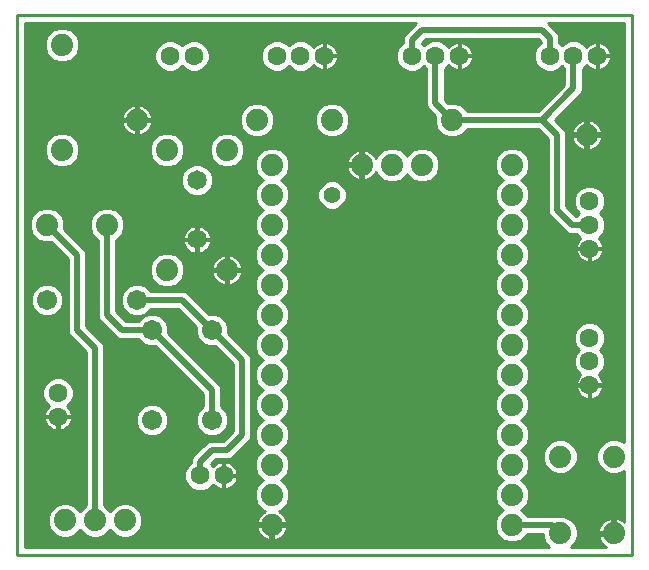
<source format=gtl>
G75*
%MOIN*%
%OFA0B0*%
%FSLAX24Y24*%
%IPPOS*%
%LPD*%
%AMOC8*
5,1,8,0,0,1.08239X$1,22.5*
%
%ADD10C,0.0100*%
%ADD11C,0.0740*%
%ADD12C,0.0555*%
%ADD13C,0.0673*%
%ADD14C,0.0650*%
%ADD15C,0.0630*%
%ADD16C,0.0200*%
D10*
X000150Y000150D02*
X020650Y000150D01*
X020650Y018150D01*
X000150Y018150D01*
X000150Y000150D01*
X000410Y000410D02*
X000410Y017890D01*
X013452Y017890D01*
X013050Y017488D01*
X013003Y017374D01*
X013003Y017216D01*
X012868Y017081D01*
X012788Y016888D01*
X012788Y016679D01*
X012868Y016486D01*
X013015Y016338D01*
X013208Y016259D01*
X013417Y016259D01*
X013610Y016338D01*
X013706Y016435D01*
X013790Y016351D01*
X013790Y015138D01*
X013837Y015024D01*
X014078Y014784D01*
X014070Y014765D01*
X014070Y014535D01*
X014158Y014321D01*
X014321Y014158D01*
X014535Y014070D01*
X014765Y014070D01*
X014979Y014158D01*
X015142Y014321D01*
X015149Y014340D01*
X017522Y014340D01*
X017840Y014022D01*
X017840Y011588D01*
X017887Y011474D01*
X017974Y011387D01*
X018474Y010887D01*
X018588Y010840D01*
X018801Y010840D01*
X018927Y010714D01*
X018879Y010665D01*
X018836Y010606D01*
X018803Y010541D01*
X018780Y010471D01*
X018769Y010399D01*
X018769Y010381D01*
X019215Y010381D01*
X019215Y010344D01*
X019252Y010344D01*
X019252Y009898D01*
X019270Y009898D01*
X019342Y009909D01*
X019412Y009932D01*
X019477Y009965D01*
X019536Y010008D01*
X019588Y010060D01*
X019631Y010119D01*
X019664Y010184D01*
X019687Y010254D01*
X019698Y010326D01*
X019698Y010344D01*
X019252Y010344D01*
X019252Y010381D01*
X019698Y010381D01*
X019698Y010399D01*
X019687Y010471D01*
X019664Y010541D01*
X019631Y010606D01*
X019588Y010665D01*
X019540Y010714D01*
X019679Y010853D01*
X019758Y011046D01*
X019758Y011254D01*
X019679Y011447D01*
X019582Y011544D01*
X019679Y011640D01*
X019758Y011833D01*
X019758Y012042D01*
X019679Y012235D01*
X019531Y012382D01*
X019338Y012462D01*
X019129Y012462D01*
X018936Y012382D01*
X018788Y012235D01*
X018709Y012042D01*
X018709Y011833D01*
X018788Y011640D01*
X018885Y011544D01*
X018801Y011460D01*
X018778Y011460D01*
X018460Y011778D01*
X018460Y014212D01*
X018413Y014326D01*
X018326Y014413D01*
X018326Y014413D01*
X018088Y014650D01*
X018963Y015524D01*
X019010Y015638D01*
X019010Y016351D01*
X019136Y016477D01*
X019184Y016429D01*
X019244Y016386D01*
X019309Y016353D01*
X019379Y016330D01*
X019451Y016319D01*
X019469Y016319D01*
X019469Y016765D01*
X019506Y016765D01*
X019506Y016802D01*
X019952Y016802D01*
X019952Y016820D01*
X019941Y016892D01*
X019918Y016962D01*
X019885Y017027D01*
X019842Y017086D01*
X019790Y017138D01*
X019731Y017181D01*
X019666Y017214D01*
X019596Y017237D01*
X019524Y017248D01*
X019506Y017248D01*
X019506Y016802D01*
X019469Y016802D01*
X019469Y017248D01*
X019451Y017248D01*
X019379Y017237D01*
X019309Y017214D01*
X019244Y017181D01*
X019184Y017138D01*
X019136Y017090D01*
X018997Y017229D01*
X018804Y017308D01*
X018596Y017308D01*
X018403Y017229D01*
X018306Y017132D01*
X018223Y017216D01*
X018223Y017449D01*
X018175Y017563D01*
X017848Y017890D01*
X020390Y017890D01*
X020390Y003900D01*
X020369Y003922D01*
X020155Y004010D01*
X019925Y004010D01*
X019711Y003922D01*
X019548Y003759D01*
X019460Y003545D01*
X019460Y003315D01*
X019548Y003101D01*
X019711Y002938D01*
X019925Y002850D01*
X020155Y002850D01*
X020369Y002938D01*
X020390Y002960D01*
X020390Y001255D01*
X020379Y001267D01*
X020313Y001315D01*
X020240Y001352D01*
X020162Y001377D01*
X020090Y001389D01*
X020090Y000920D01*
X019990Y000920D01*
X019990Y001389D01*
X019918Y001377D01*
X019840Y001352D01*
X019767Y001315D01*
X019701Y001267D01*
X019643Y001209D01*
X019595Y001143D01*
X019558Y001070D01*
X019533Y000992D01*
X019521Y000920D01*
X019990Y000920D01*
X019990Y000820D01*
X019521Y000820D01*
X019533Y000748D01*
X019558Y000670D01*
X019595Y000597D01*
X019643Y000531D01*
X019701Y000473D01*
X019767Y000425D01*
X019797Y000410D01*
X018620Y000410D01*
X018752Y000541D01*
X018840Y000755D01*
X018840Y000985D01*
X018752Y001199D01*
X018589Y001362D01*
X018375Y001450D01*
X018145Y001450D01*
X018105Y001434D01*
X018042Y001460D01*
X017149Y001460D01*
X017142Y001479D01*
X016979Y001642D01*
X016959Y001650D01*
X016979Y001658D01*
X017142Y001821D01*
X017230Y002035D01*
X017230Y002265D01*
X017142Y002479D01*
X016979Y002642D01*
X016959Y002650D01*
X016979Y002658D01*
X017142Y002821D01*
X017230Y003035D01*
X017230Y003265D01*
X017142Y003479D01*
X016979Y003642D01*
X016959Y003650D01*
X016979Y003658D01*
X017142Y003821D01*
X017230Y004035D01*
X017230Y004265D01*
X017142Y004479D01*
X016979Y004642D01*
X016959Y004650D01*
X016979Y004658D01*
X017142Y004821D01*
X017230Y005035D01*
X017230Y005265D01*
X017142Y005479D01*
X016979Y005642D01*
X016959Y005650D01*
X016979Y005658D01*
X017142Y005821D01*
X017230Y006035D01*
X017230Y006265D01*
X017142Y006479D01*
X016979Y006642D01*
X016959Y006650D01*
X016979Y006658D01*
X017142Y006821D01*
X017230Y007035D01*
X017230Y007265D01*
X017142Y007479D01*
X016979Y007642D01*
X016959Y007650D01*
X016979Y007658D01*
X017142Y007821D01*
X017230Y008035D01*
X017230Y008265D01*
X017142Y008479D01*
X016979Y008642D01*
X016959Y008650D01*
X016979Y008658D01*
X017142Y008821D01*
X017230Y009035D01*
X017230Y009265D01*
X017142Y009479D01*
X016979Y009642D01*
X016959Y009650D01*
X016979Y009658D01*
X017142Y009821D01*
X017230Y010035D01*
X017230Y010265D01*
X017142Y010479D01*
X016979Y010642D01*
X016959Y010650D01*
X016979Y010658D01*
X017142Y010821D01*
X017230Y011035D01*
X017230Y011265D01*
X017142Y011479D01*
X016979Y011642D01*
X016959Y011650D01*
X016979Y011658D01*
X017142Y011821D01*
X017230Y012035D01*
X017230Y012265D01*
X017142Y012479D01*
X016979Y012642D01*
X016959Y012650D01*
X016979Y012658D01*
X017142Y012821D01*
X017230Y013035D01*
X017230Y013265D01*
X017142Y013479D01*
X016979Y013642D01*
X016765Y013730D01*
X016535Y013730D01*
X016321Y013642D01*
X016158Y013479D01*
X016070Y013265D01*
X016070Y013035D01*
X016158Y012821D01*
X016321Y012658D01*
X016341Y012650D01*
X016321Y012642D01*
X016158Y012479D01*
X016070Y012265D01*
X016070Y012035D01*
X016158Y011821D01*
X016321Y011658D01*
X016341Y011650D01*
X016321Y011642D01*
X016158Y011479D01*
X016070Y011265D01*
X016070Y011035D01*
X016158Y010821D01*
X016321Y010658D01*
X016341Y010650D01*
X016321Y010642D01*
X016158Y010479D01*
X016070Y010265D01*
X016070Y010035D01*
X016158Y009821D01*
X016321Y009658D01*
X016341Y009650D01*
X016321Y009642D01*
X016158Y009479D01*
X016070Y009265D01*
X016070Y009035D01*
X016158Y008821D01*
X016321Y008658D01*
X016341Y008650D01*
X016321Y008642D01*
X016158Y008479D01*
X016070Y008265D01*
X016070Y008035D01*
X016158Y007821D01*
X016321Y007658D01*
X016341Y007650D01*
X016321Y007642D01*
X016158Y007479D01*
X016070Y007265D01*
X016070Y007035D01*
X016158Y006821D01*
X016321Y006658D01*
X016341Y006650D01*
X016321Y006642D01*
X016158Y006479D01*
X016070Y006265D01*
X016070Y006035D01*
X016158Y005821D01*
X016321Y005658D01*
X016341Y005650D01*
X016321Y005642D01*
X016158Y005479D01*
X016070Y005265D01*
X016070Y005035D01*
X016158Y004821D01*
X016321Y004658D01*
X016341Y004650D01*
X016321Y004642D01*
X016158Y004479D01*
X016070Y004265D01*
X016070Y004035D01*
X016158Y003821D01*
X016321Y003658D01*
X016341Y003650D01*
X016321Y003642D01*
X016158Y003479D01*
X016070Y003265D01*
X016070Y003035D01*
X016158Y002821D01*
X016321Y002658D01*
X016341Y002650D01*
X016321Y002642D01*
X016158Y002479D01*
X016070Y002265D01*
X016070Y002035D01*
X016158Y001821D01*
X016321Y001658D01*
X016341Y001650D01*
X016321Y001642D01*
X016158Y001479D01*
X016070Y001265D01*
X016070Y001035D01*
X016158Y000821D01*
X016321Y000658D01*
X016535Y000570D01*
X016765Y000570D01*
X016979Y000658D01*
X017142Y000821D01*
X017149Y000840D01*
X017680Y000840D01*
X017680Y000755D01*
X017768Y000541D01*
X017900Y000410D01*
X000410Y000410D01*
X000410Y000446D02*
X017864Y000446D01*
X017767Y000544D02*
X000410Y000544D01*
X000410Y000643D02*
X008530Y000643D01*
X008528Y000643D02*
X008600Y000631D01*
X008600Y001100D01*
X008700Y001100D01*
X008700Y001200D01*
X009169Y001200D01*
X009157Y001272D01*
X009132Y001350D01*
X009095Y001423D01*
X009047Y001489D01*
X008989Y001547D01*
X008923Y001595D01*
X008879Y001617D01*
X008979Y001658D01*
X009142Y001821D01*
X009230Y002035D01*
X009230Y002265D01*
X009142Y002479D01*
X008979Y002642D01*
X008959Y002650D01*
X008979Y002658D01*
X009142Y002821D01*
X009230Y003035D01*
X009230Y003265D01*
X009142Y003479D01*
X008979Y003642D01*
X008959Y003650D01*
X008979Y003658D01*
X009142Y003821D01*
X009230Y004035D01*
X009230Y004265D01*
X009142Y004479D01*
X008979Y004642D01*
X008959Y004650D01*
X008979Y004658D01*
X009142Y004821D01*
X009230Y005035D01*
X009230Y005265D01*
X009142Y005479D01*
X008979Y005642D01*
X008959Y005650D01*
X008979Y005658D01*
X009142Y005821D01*
X009230Y006035D01*
X009230Y006265D01*
X009142Y006479D01*
X008979Y006642D01*
X008959Y006650D01*
X008979Y006658D01*
X009142Y006821D01*
X009230Y007035D01*
X009230Y007265D01*
X009142Y007479D01*
X008979Y007642D01*
X008959Y007650D01*
X008979Y007658D01*
X009142Y007821D01*
X009230Y008035D01*
X009230Y008265D01*
X009142Y008479D01*
X008979Y008642D01*
X008959Y008650D01*
X008979Y008658D01*
X009142Y008821D01*
X009230Y009035D01*
X009230Y009265D01*
X009142Y009479D01*
X008979Y009642D01*
X008959Y009650D01*
X008979Y009658D01*
X009142Y009821D01*
X009230Y010035D01*
X009230Y010265D01*
X009142Y010479D01*
X008979Y010642D01*
X008959Y010650D01*
X008979Y010658D01*
X009142Y010821D01*
X009230Y011035D01*
X009230Y011265D01*
X009142Y011479D01*
X008979Y011642D01*
X008959Y011650D01*
X008979Y011658D01*
X009142Y011821D01*
X009230Y012035D01*
X009230Y012265D01*
X009142Y012479D01*
X008979Y012642D01*
X008959Y012650D01*
X008979Y012658D01*
X009142Y012821D01*
X009230Y013035D01*
X009230Y013265D01*
X009142Y013479D01*
X008979Y013642D01*
X008765Y013730D01*
X008535Y013730D01*
X008321Y013642D01*
X008158Y013479D01*
X008070Y013265D01*
X008070Y013035D01*
X008158Y012821D01*
X008321Y012658D01*
X008341Y012650D01*
X008321Y012642D01*
X008158Y012479D01*
X008070Y012265D01*
X008070Y012035D01*
X008158Y011821D01*
X008321Y011658D01*
X008341Y011650D01*
X008321Y011642D01*
X008158Y011479D01*
X008070Y011265D01*
X008070Y011035D01*
X008158Y010821D01*
X008321Y010658D01*
X008341Y010650D01*
X008321Y010642D01*
X008158Y010479D01*
X008070Y010265D01*
X008070Y010035D01*
X008158Y009821D01*
X008321Y009658D01*
X008341Y009650D01*
X008321Y009642D01*
X008158Y009479D01*
X008070Y009265D01*
X008070Y009035D01*
X008158Y008821D01*
X008321Y008658D01*
X008341Y008650D01*
X008321Y008642D01*
X008158Y008479D01*
X008070Y008265D01*
X008070Y008035D01*
X008158Y007821D01*
X008321Y007658D01*
X008341Y007650D01*
X008321Y007642D01*
X008158Y007479D01*
X008070Y007265D01*
X008070Y007035D01*
X008158Y006821D01*
X008321Y006658D01*
X008341Y006650D01*
X008321Y006642D01*
X008158Y006479D01*
X008070Y006265D01*
X008070Y006035D01*
X008158Y005821D01*
X008321Y005658D01*
X008341Y005650D01*
X008321Y005642D01*
X008158Y005479D01*
X008070Y005265D01*
X008070Y005035D01*
X008158Y004821D01*
X008321Y004658D01*
X008341Y004650D01*
X008321Y004642D01*
X008158Y004479D01*
X008070Y004265D01*
X008070Y004035D01*
X008158Y003821D01*
X008321Y003658D01*
X008341Y003650D01*
X008321Y003642D01*
X008158Y003479D01*
X008070Y003265D01*
X008070Y003035D01*
X008158Y002821D01*
X008321Y002658D01*
X008341Y002650D01*
X008321Y002642D01*
X008158Y002479D01*
X008070Y002265D01*
X008070Y002035D01*
X008158Y001821D01*
X008321Y001658D01*
X008421Y001617D01*
X008377Y001595D01*
X008311Y001547D01*
X008253Y001489D01*
X008205Y001423D01*
X008168Y001350D01*
X008143Y001272D01*
X008131Y001200D01*
X008600Y001200D01*
X008600Y001100D01*
X008131Y001100D01*
X008143Y001028D01*
X008168Y000950D01*
X008205Y000877D01*
X008253Y000811D01*
X008311Y000753D01*
X008377Y000705D01*
X008450Y000668D01*
X008528Y000643D01*
X008600Y000643D02*
X008700Y000643D01*
X008700Y000631D02*
X008772Y000643D01*
X008850Y000668D01*
X008923Y000705D01*
X008989Y000753D01*
X009047Y000811D01*
X009095Y000877D01*
X009132Y000950D01*
X009157Y001028D01*
X009169Y001100D01*
X008700Y001100D01*
X008700Y000631D01*
X008770Y000643D02*
X016360Y000643D01*
X016239Y000741D02*
X008972Y000741D01*
X009067Y000840D02*
X016151Y000840D01*
X016110Y000938D02*
X009126Y000938D01*
X009159Y001037D02*
X016070Y001037D01*
X016070Y001135D02*
X008700Y001135D01*
X008700Y001037D02*
X008600Y001037D01*
X008600Y001135D02*
X004309Y001135D01*
X004330Y001185D02*
X004330Y001415D01*
X004242Y001629D01*
X004079Y001792D01*
X003865Y001880D01*
X003635Y001880D01*
X003421Y001792D01*
X003258Y001629D01*
X003250Y001609D01*
X003242Y001629D01*
X003079Y001792D01*
X003060Y001799D01*
X003060Y007112D01*
X003013Y007226D01*
X002926Y007313D01*
X002460Y007778D01*
X002460Y010212D01*
X002413Y010326D01*
X001722Y011016D01*
X001730Y011035D01*
X001730Y011265D01*
X001642Y011479D01*
X001479Y011642D01*
X001265Y011730D01*
X001035Y011730D01*
X000821Y011642D01*
X000658Y011479D01*
X000570Y011265D01*
X000570Y011035D01*
X000658Y010821D01*
X000821Y010658D01*
X001035Y010570D01*
X001265Y010570D01*
X001284Y010578D01*
X001840Y010022D01*
X001840Y007588D01*
X001887Y007474D01*
X001974Y007387D01*
X002440Y006922D01*
X002440Y001799D01*
X002421Y001792D01*
X002258Y001629D01*
X002250Y001609D01*
X002242Y001629D01*
X002079Y001792D01*
X001865Y001880D01*
X001635Y001880D01*
X001421Y001792D01*
X001258Y001629D01*
X001170Y001415D01*
X001170Y001185D01*
X001258Y000971D01*
X001421Y000808D01*
X001635Y000720D01*
X001865Y000720D01*
X002079Y000808D01*
X002242Y000971D01*
X002250Y000991D01*
X002258Y000971D01*
X002421Y000808D01*
X002635Y000720D01*
X002865Y000720D01*
X003079Y000808D01*
X003242Y000971D01*
X003250Y000991D01*
X003258Y000971D01*
X003421Y000808D01*
X003635Y000720D01*
X003865Y000720D01*
X004079Y000808D01*
X004242Y000971D01*
X004330Y001185D01*
X004330Y001234D02*
X008137Y001234D01*
X008162Y001332D02*
X004330Y001332D01*
X004324Y001431D02*
X008211Y001431D01*
X008294Y001529D02*
X004283Y001529D01*
X004242Y001628D02*
X008396Y001628D01*
X008254Y001726D02*
X004144Y001726D01*
X003999Y001825D02*
X008157Y001825D01*
X008116Y001923D02*
X003060Y001923D01*
X003060Y001825D02*
X003501Y001825D01*
X003356Y001726D02*
X003144Y001726D01*
X003242Y001628D02*
X003258Y001628D01*
X003060Y002022D02*
X008075Y002022D01*
X008070Y002120D02*
X003060Y002120D01*
X003060Y002219D02*
X008070Y002219D01*
X008091Y002317D02*
X006462Y002317D01*
X006554Y002355D02*
X006692Y002494D01*
X006741Y002445D01*
X006800Y002402D01*
X006865Y002369D01*
X006935Y002346D01*
X007007Y002335D01*
X007025Y002335D01*
X007025Y002781D01*
X007063Y002781D01*
X007063Y002819D01*
X007509Y002819D01*
X007509Y002837D01*
X007497Y002909D01*
X007475Y002978D01*
X007441Y003044D01*
X007398Y003103D01*
X007347Y003155D01*
X007287Y003198D01*
X007222Y003231D01*
X007153Y003254D01*
X007080Y003265D01*
X007063Y003265D01*
X007063Y002819D01*
X007025Y002819D01*
X007025Y003265D01*
X007007Y003265D01*
X006935Y003254D01*
X006865Y003231D01*
X006800Y003198D01*
X006741Y003155D01*
X006692Y003106D01*
X006619Y003180D01*
X006778Y003340D01*
X007212Y003340D01*
X007326Y003387D01*
X007826Y003887D01*
X007913Y003974D01*
X007960Y004088D01*
X007960Y006712D01*
X007913Y006826D01*
X007197Y007542D01*
X007197Y007759D01*
X007113Y007960D01*
X006960Y008113D01*
X006759Y008197D01*
X006542Y008197D01*
X005826Y008913D01*
X005712Y008960D01*
X004613Y008960D01*
X004460Y009113D01*
X004259Y009197D01*
X004041Y009197D01*
X003840Y009113D01*
X003687Y008960D01*
X003603Y008759D01*
X003603Y008541D01*
X003687Y008340D01*
X003840Y008187D01*
X004041Y008103D01*
X004259Y008103D01*
X004460Y008187D01*
X004613Y008340D01*
X005522Y008340D01*
X006103Y007758D01*
X006103Y007541D01*
X006187Y007340D01*
X006340Y007187D01*
X006541Y007103D01*
X006758Y007103D01*
X007340Y006522D01*
X007340Y004278D01*
X007022Y003960D01*
X006588Y003960D01*
X006474Y003913D01*
X006387Y003826D01*
X005993Y003432D01*
X005946Y003318D01*
X005946Y003232D01*
X005811Y003097D01*
X005731Y002904D01*
X005731Y002696D01*
X005811Y002503D01*
X005959Y002355D01*
X006152Y002275D01*
X006361Y002275D01*
X006554Y002355D01*
X006614Y002416D02*
X006782Y002416D01*
X007025Y002416D02*
X007063Y002416D01*
X007063Y002335D02*
X007080Y002335D01*
X007153Y002346D01*
X007222Y002369D01*
X007287Y002402D01*
X007347Y002445D01*
X007398Y002497D01*
X007441Y002556D01*
X007475Y002622D01*
X007497Y002691D01*
X007509Y002763D01*
X007509Y002781D01*
X007063Y002781D01*
X007063Y002335D01*
X007063Y002514D02*
X007025Y002514D01*
X007025Y002613D02*
X007063Y002613D01*
X007063Y002711D02*
X007025Y002711D01*
X007063Y002810D02*
X008170Y002810D01*
X008122Y002908D02*
X007497Y002908D01*
X007460Y003007D02*
X008082Y003007D01*
X008070Y003105D02*
X007396Y003105D01*
X007276Y003204D02*
X008070Y003204D01*
X008085Y003302D02*
X006740Y003302D01*
X006811Y003204D02*
X006642Y003204D01*
X007025Y003204D02*
X007063Y003204D01*
X007063Y003105D02*
X007025Y003105D01*
X007025Y003007D02*
X007063Y003007D01*
X007063Y002908D02*
X007025Y002908D01*
X007470Y002613D02*
X008292Y002613D01*
X008269Y002711D02*
X007500Y002711D01*
X007411Y002514D02*
X008194Y002514D01*
X008132Y002416D02*
X007306Y002416D01*
X007339Y003401D02*
X008126Y003401D01*
X008179Y003499D02*
X007437Y003499D01*
X007536Y003598D02*
X008277Y003598D01*
X008284Y003696D02*
X007634Y003696D01*
X007733Y003795D02*
X008185Y003795D01*
X008129Y003893D02*
X007831Y003893D01*
X007920Y003992D02*
X008088Y003992D01*
X008070Y004090D02*
X007960Y004090D01*
X007960Y004189D02*
X008070Y004189D01*
X008079Y004287D02*
X007960Y004287D01*
X007960Y004386D02*
X008120Y004386D01*
X008164Y004484D02*
X007960Y004484D01*
X007960Y004583D02*
X008262Y004583D01*
X008299Y004681D02*
X007960Y004681D01*
X007960Y004780D02*
X008200Y004780D01*
X008135Y004878D02*
X007960Y004878D01*
X007960Y004977D02*
X008094Y004977D01*
X008070Y005075D02*
X007960Y005075D01*
X007960Y005174D02*
X008070Y005174D01*
X008073Y005272D02*
X007960Y005272D01*
X007960Y005371D02*
X008114Y005371D01*
X008154Y005469D02*
X007960Y005469D01*
X007960Y005568D02*
X008247Y005568D01*
X008314Y005666D02*
X007960Y005666D01*
X007960Y005765D02*
X008215Y005765D01*
X008141Y005863D02*
X007960Y005863D01*
X007960Y005962D02*
X008100Y005962D01*
X008070Y006060D02*
X007960Y006060D01*
X007960Y006159D02*
X008070Y006159D01*
X008070Y006257D02*
X007960Y006257D01*
X007960Y006356D02*
X008107Y006356D01*
X008148Y006454D02*
X007960Y006454D01*
X007960Y006553D02*
X008232Y006553D01*
X008339Y006651D02*
X007960Y006651D01*
X007944Y006750D02*
X008230Y006750D01*
X008147Y006848D02*
X007890Y006848D01*
X007792Y006947D02*
X008106Y006947D01*
X008070Y007045D02*
X007693Y007045D01*
X007595Y007144D02*
X008070Y007144D01*
X008070Y007242D02*
X007496Y007242D01*
X007398Y007341D02*
X008101Y007341D01*
X008142Y007439D02*
X007299Y007439D01*
X007201Y007538D02*
X008217Y007538D01*
X008316Y007636D02*
X007197Y007636D01*
X007197Y007735D02*
X008245Y007735D01*
X008154Y007833D02*
X007166Y007833D01*
X007125Y007932D02*
X008113Y007932D01*
X008072Y008030D02*
X007043Y008030D01*
X006923Y008129D02*
X008070Y008129D01*
X008070Y008227D02*
X006511Y008227D01*
X006413Y008326D02*
X008095Y008326D01*
X008136Y008424D02*
X006314Y008424D01*
X006216Y008523D02*
X008202Y008523D01*
X008301Y008621D02*
X006117Y008621D01*
X006019Y008720D02*
X008260Y008720D01*
X008162Y008818D02*
X005920Y008818D01*
X005817Y008917D02*
X008119Y008917D01*
X008078Y009015D02*
X004558Y009015D01*
X004459Y009114D02*
X004930Y009114D01*
X005035Y009070D02*
X004821Y009158D01*
X004658Y009321D01*
X004570Y009535D01*
X004570Y009765D01*
X004658Y009979D01*
X004821Y010142D01*
X005035Y010230D01*
X005265Y010230D01*
X005479Y010142D01*
X005642Y009979D01*
X005730Y009765D01*
X005730Y009535D01*
X005642Y009321D01*
X005479Y009158D01*
X005265Y009070D01*
X005035Y009070D01*
X005370Y009114D02*
X008070Y009114D01*
X008070Y009212D02*
X007432Y009212D01*
X007423Y009205D02*
X007489Y009253D01*
X007547Y009311D01*
X007595Y009377D01*
X007632Y009450D01*
X007657Y009528D01*
X007670Y009609D01*
X007670Y009611D01*
X007189Y009611D01*
X007189Y009689D01*
X007111Y009689D01*
X007111Y010170D01*
X007109Y010170D01*
X007028Y010157D01*
X006950Y010132D01*
X006877Y010095D01*
X006811Y010047D01*
X006753Y009989D01*
X006705Y009923D01*
X006668Y009850D01*
X006643Y009772D01*
X006630Y009691D01*
X006630Y009689D01*
X007111Y009689D01*
X007111Y009611D01*
X006630Y009611D01*
X006630Y009609D01*
X006643Y009528D01*
X006668Y009450D01*
X006705Y009377D01*
X006753Y009311D01*
X006811Y009253D01*
X006877Y009205D01*
X006950Y009168D01*
X007028Y009143D01*
X007109Y009130D01*
X007111Y009130D01*
X007111Y009611D01*
X007189Y009611D01*
X007189Y009130D01*
X007191Y009130D01*
X007272Y009143D01*
X007350Y009168D01*
X007423Y009205D01*
X007546Y009311D02*
X008089Y009311D01*
X008130Y009409D02*
X007611Y009409D01*
X007650Y009508D02*
X008187Y009508D01*
X008286Y009606D02*
X007670Y009606D01*
X007670Y009689D02*
X007670Y009691D01*
X007657Y009772D01*
X007632Y009850D01*
X007595Y009923D01*
X007547Y009989D01*
X007489Y010047D01*
X007423Y010095D01*
X007350Y010132D01*
X007272Y010157D01*
X007191Y010170D01*
X007189Y010170D01*
X007189Y009689D01*
X007670Y009689D01*
X007668Y009705D02*
X008275Y009705D01*
X008177Y009803D02*
X007647Y009803D01*
X007605Y009902D02*
X008125Y009902D01*
X008084Y010000D02*
X007535Y010000D01*
X007415Y010099D02*
X008070Y010099D01*
X008070Y010197D02*
X006227Y010197D01*
X006261Y010202D02*
X006187Y010191D01*
X006169Y010191D01*
X006169Y010647D01*
X006169Y010685D01*
X006131Y010685D01*
X006131Y011141D01*
X006113Y011141D01*
X006039Y011129D01*
X005968Y011106D01*
X005901Y011072D01*
X005841Y011028D01*
X005788Y010975D01*
X005744Y010915D01*
X005710Y010848D01*
X005687Y010777D01*
X005675Y010703D01*
X005675Y010685D01*
X006131Y010685D01*
X006131Y010647D01*
X005675Y010647D01*
X005675Y010628D01*
X005687Y010555D01*
X005710Y010483D01*
X005744Y010417D01*
X005788Y010356D01*
X005841Y010303D01*
X005901Y010259D01*
X005968Y010226D01*
X006039Y010202D01*
X006113Y010191D01*
X006131Y010191D01*
X006131Y010647D01*
X006169Y010647D01*
X006625Y010647D01*
X006625Y010628D01*
X006613Y010555D01*
X006590Y010483D01*
X006556Y010417D01*
X006512Y010356D01*
X006459Y010303D01*
X006399Y010259D01*
X006332Y010226D01*
X006261Y010202D01*
X006169Y010197D02*
X006131Y010197D01*
X006073Y010197D02*
X005345Y010197D01*
X005522Y010099D02*
X006885Y010099D01*
X006765Y010000D02*
X005620Y010000D01*
X005674Y009902D02*
X006695Y009902D01*
X006653Y009803D02*
X005714Y009803D01*
X005730Y009705D02*
X006632Y009705D01*
X006630Y009606D02*
X005730Y009606D01*
X005719Y009508D02*
X006650Y009508D01*
X006689Y009409D02*
X005678Y009409D01*
X005631Y009311D02*
X006754Y009311D01*
X006868Y009212D02*
X005532Y009212D01*
X004768Y009212D02*
X003460Y009212D01*
X003460Y009114D02*
X003841Y009114D01*
X003742Y009015D02*
X003460Y009015D01*
X003460Y008917D02*
X003669Y008917D01*
X003628Y008818D02*
X003460Y008818D01*
X003460Y008720D02*
X003603Y008720D01*
X003603Y008621D02*
X003460Y008621D01*
X003460Y008523D02*
X003611Y008523D01*
X003652Y008424D02*
X003460Y008424D01*
X003460Y008326D02*
X003702Y008326D01*
X003800Y008227D02*
X003511Y008227D01*
X003460Y008278D02*
X003460Y010651D01*
X003479Y010658D01*
X003642Y010821D01*
X003730Y011035D01*
X003730Y011265D01*
X003642Y011479D01*
X003479Y011642D01*
X003265Y011730D01*
X003035Y011730D01*
X002821Y011642D01*
X002658Y011479D01*
X002570Y011265D01*
X002570Y011035D01*
X002658Y010821D01*
X002821Y010658D01*
X002840Y010651D01*
X002840Y008088D01*
X002887Y007974D01*
X003387Y007474D01*
X003474Y007387D01*
X003588Y007340D01*
X004187Y007340D01*
X004340Y007187D01*
X004541Y007103D01*
X004758Y007103D01*
X006340Y005522D01*
X006340Y005113D01*
X006187Y004960D01*
X006103Y004759D01*
X006103Y004541D01*
X006187Y004340D01*
X006340Y004187D01*
X006541Y004103D01*
X006759Y004103D01*
X006960Y004187D01*
X007113Y004340D01*
X007197Y004541D01*
X007197Y004759D01*
X007113Y004960D01*
X006960Y005113D01*
X006960Y005712D01*
X006913Y005826D01*
X005197Y007542D01*
X005197Y007759D01*
X005113Y007960D01*
X004960Y008113D01*
X004759Y008197D01*
X004541Y008197D01*
X004340Y008113D01*
X004187Y007960D01*
X003778Y007960D01*
X003460Y008278D01*
X003610Y008129D02*
X003981Y008129D01*
X003708Y008030D02*
X004257Y008030D01*
X004319Y008129D02*
X004377Y008129D01*
X004500Y008227D02*
X005635Y008227D01*
X005733Y008129D02*
X004923Y008129D01*
X005043Y008030D02*
X005832Y008030D01*
X005930Y007932D02*
X005125Y007932D01*
X005166Y007833D02*
X006029Y007833D01*
X006103Y007735D02*
X005197Y007735D01*
X005197Y007636D02*
X006103Y007636D01*
X006105Y007538D02*
X005201Y007538D01*
X005299Y007439D02*
X006146Y007439D01*
X006187Y007341D02*
X005398Y007341D01*
X005496Y007242D02*
X006285Y007242D01*
X006445Y007144D02*
X005595Y007144D01*
X005693Y007045D02*
X006817Y007045D01*
X006915Y006947D02*
X005792Y006947D01*
X005890Y006848D02*
X007014Y006848D01*
X007112Y006750D02*
X005989Y006750D01*
X006087Y006651D02*
X007211Y006651D01*
X007309Y006553D02*
X006186Y006553D01*
X006284Y006454D02*
X007340Y006454D01*
X007340Y006356D02*
X006383Y006356D01*
X006481Y006257D02*
X007340Y006257D01*
X007340Y006159D02*
X006580Y006159D01*
X006678Y006060D02*
X007340Y006060D01*
X007340Y005962D02*
X006777Y005962D01*
X006875Y005863D02*
X007340Y005863D01*
X007340Y005765D02*
X006938Y005765D01*
X006960Y005666D02*
X007340Y005666D01*
X007340Y005568D02*
X006960Y005568D01*
X006960Y005469D02*
X007340Y005469D01*
X007340Y005371D02*
X006960Y005371D01*
X006960Y005272D02*
X007340Y005272D01*
X007340Y005174D02*
X006960Y005174D01*
X006998Y005075D02*
X007340Y005075D01*
X007340Y004977D02*
X007096Y004977D01*
X007147Y004878D02*
X007340Y004878D01*
X007340Y004780D02*
X007188Y004780D01*
X007197Y004681D02*
X007340Y004681D01*
X007340Y004583D02*
X007197Y004583D01*
X007173Y004484D02*
X007340Y004484D01*
X007340Y004386D02*
X007132Y004386D01*
X007060Y004287D02*
X007340Y004287D01*
X007250Y004189D02*
X006961Y004189D01*
X007152Y004090D02*
X003060Y004090D01*
X003060Y003992D02*
X007053Y003992D01*
X006455Y003893D02*
X003060Y003893D01*
X003060Y003795D02*
X006356Y003795D01*
X006258Y003696D02*
X003060Y003696D01*
X003060Y003598D02*
X006159Y003598D01*
X006061Y003499D02*
X003060Y003499D01*
X003060Y003401D02*
X005980Y003401D01*
X005946Y003302D02*
X003060Y003302D01*
X003060Y003204D02*
X005917Y003204D01*
X005819Y003105D02*
X003060Y003105D01*
X003060Y003007D02*
X005774Y003007D01*
X005733Y002908D02*
X003060Y002908D01*
X003060Y002810D02*
X005731Y002810D01*
X005731Y002711D02*
X003060Y002711D01*
X003060Y002613D02*
X005766Y002613D01*
X005807Y002514D02*
X003060Y002514D01*
X003060Y002416D02*
X005898Y002416D01*
X006051Y002317D02*
X003060Y002317D01*
X002440Y002317D02*
X000410Y002317D01*
X000410Y002219D02*
X002440Y002219D01*
X002440Y002120D02*
X000410Y002120D01*
X000410Y002022D02*
X002440Y002022D01*
X002440Y001923D02*
X000410Y001923D01*
X000410Y001825D02*
X001501Y001825D01*
X001356Y001726D02*
X000410Y001726D01*
X000410Y001628D02*
X001258Y001628D01*
X001217Y001529D02*
X000410Y001529D01*
X000410Y001431D02*
X001176Y001431D01*
X001170Y001332D02*
X000410Y001332D01*
X000410Y001234D02*
X001170Y001234D01*
X001191Y001135D02*
X000410Y001135D01*
X000410Y001037D02*
X001231Y001037D01*
X001292Y000938D02*
X000410Y000938D01*
X000410Y000840D02*
X001390Y000840D01*
X001584Y000741D02*
X000410Y000741D01*
X001916Y000741D02*
X002584Y000741D01*
X002390Y000840D02*
X002110Y000840D01*
X002208Y000938D02*
X002292Y000938D01*
X002916Y000741D02*
X003584Y000741D01*
X003390Y000840D02*
X003110Y000840D01*
X003208Y000938D02*
X003292Y000938D01*
X003916Y000741D02*
X008328Y000741D01*
X008233Y000840D02*
X004110Y000840D01*
X004208Y000938D02*
X008174Y000938D01*
X008141Y001037D02*
X004269Y001037D01*
X002440Y001825D02*
X001999Y001825D01*
X002144Y001726D02*
X002356Y001726D01*
X002258Y001628D02*
X002242Y001628D01*
X002440Y002416D02*
X000410Y002416D01*
X000410Y002514D02*
X002440Y002514D01*
X002440Y002613D02*
X000410Y002613D01*
X000410Y002711D02*
X002440Y002711D01*
X002440Y002810D02*
X000410Y002810D01*
X000410Y002908D02*
X002440Y002908D01*
X002440Y003007D02*
X000410Y003007D01*
X000410Y003105D02*
X002440Y003105D01*
X002440Y003204D02*
X000410Y003204D01*
X000410Y003302D02*
X002440Y003302D01*
X002440Y003401D02*
X000410Y003401D01*
X000410Y003499D02*
X002440Y003499D01*
X002440Y003598D02*
X000410Y003598D01*
X000410Y003696D02*
X002440Y003696D01*
X002440Y003795D02*
X000410Y003795D01*
X000410Y003893D02*
X002440Y003893D01*
X002440Y003992D02*
X000410Y003992D01*
X000410Y004090D02*
X002440Y004090D01*
X002440Y004189D02*
X000410Y004189D01*
X000410Y004287D02*
X002440Y004287D01*
X002440Y004386D02*
X001797Y004386D01*
X001819Y004402D02*
X001760Y004359D01*
X001695Y004325D01*
X001625Y004303D01*
X001553Y004291D01*
X001535Y004291D01*
X001535Y004737D01*
X001498Y004737D01*
X001498Y004291D01*
X001480Y004291D01*
X001408Y004303D01*
X001338Y004325D01*
X001273Y004359D01*
X001214Y004402D01*
X001162Y004453D01*
X001119Y004513D01*
X001086Y004578D01*
X001063Y004647D01*
X001052Y004720D01*
X001052Y004737D01*
X001498Y004737D01*
X001498Y004775D01*
X001052Y004775D01*
X001052Y004793D01*
X001063Y004865D01*
X001086Y004935D01*
X001119Y005000D01*
X001162Y005059D01*
X001210Y005108D01*
X001071Y005246D01*
X000992Y005439D01*
X000992Y005648D01*
X001071Y005841D01*
X001219Y005989D01*
X001412Y006069D01*
X001621Y006069D01*
X001814Y005989D01*
X001962Y005841D01*
X002041Y005648D01*
X002041Y005439D01*
X001962Y005246D01*
X001823Y005108D01*
X001871Y005059D01*
X001914Y005000D01*
X001947Y004935D01*
X001970Y004865D01*
X001981Y004793D01*
X001981Y004775D01*
X001535Y004775D01*
X001535Y004737D01*
X001981Y004737D01*
X001981Y004720D01*
X001970Y004647D01*
X001947Y004578D01*
X001914Y004513D01*
X001871Y004453D01*
X001819Y004402D01*
X001893Y004484D02*
X002440Y004484D01*
X002440Y004583D02*
X001949Y004583D01*
X001975Y004681D02*
X002440Y004681D01*
X002440Y004780D02*
X001981Y004780D01*
X001966Y004878D02*
X002440Y004878D01*
X002440Y004977D02*
X001926Y004977D01*
X001855Y005075D02*
X002440Y005075D01*
X002440Y005174D02*
X001889Y005174D01*
X001972Y005272D02*
X002440Y005272D01*
X002440Y005371D02*
X002013Y005371D01*
X002041Y005469D02*
X002440Y005469D01*
X002440Y005568D02*
X002041Y005568D01*
X002034Y005666D02*
X002440Y005666D01*
X002440Y005765D02*
X001993Y005765D01*
X001940Y005863D02*
X002440Y005863D01*
X002440Y005962D02*
X001841Y005962D01*
X001642Y006060D02*
X002440Y006060D01*
X002440Y006159D02*
X000410Y006159D01*
X000410Y006257D02*
X002440Y006257D01*
X002440Y006356D02*
X000410Y006356D01*
X000410Y006454D02*
X002440Y006454D01*
X002440Y006553D02*
X000410Y006553D01*
X000410Y006651D02*
X002440Y006651D01*
X002440Y006750D02*
X000410Y006750D01*
X000410Y006848D02*
X002440Y006848D01*
X002415Y006947D02*
X000410Y006947D01*
X000410Y007045D02*
X002317Y007045D01*
X002218Y007144D02*
X000410Y007144D01*
X000410Y007242D02*
X002120Y007242D01*
X002021Y007341D02*
X000410Y007341D01*
X000410Y007439D02*
X001923Y007439D01*
X001861Y007538D02*
X000410Y007538D01*
X000410Y007636D02*
X001840Y007636D01*
X001840Y007735D02*
X000410Y007735D01*
X000410Y007833D02*
X001840Y007833D01*
X001840Y007932D02*
X000410Y007932D01*
X000410Y008030D02*
X001840Y008030D01*
X001840Y008129D02*
X001319Y008129D01*
X001259Y008103D02*
X001460Y008187D01*
X001613Y008340D01*
X001697Y008541D01*
X001697Y008759D01*
X001613Y008960D01*
X001460Y009113D01*
X001259Y009197D01*
X001041Y009197D01*
X000840Y009113D01*
X000687Y008960D01*
X000603Y008759D01*
X000603Y008541D01*
X000687Y008340D01*
X000840Y008187D01*
X001041Y008103D01*
X001259Y008103D01*
X001500Y008227D02*
X001840Y008227D01*
X001840Y008326D02*
X001598Y008326D01*
X001648Y008424D02*
X001840Y008424D01*
X001840Y008523D02*
X001689Y008523D01*
X001697Y008621D02*
X001840Y008621D01*
X001840Y008720D02*
X001697Y008720D01*
X001672Y008818D02*
X001840Y008818D01*
X001840Y008917D02*
X001631Y008917D01*
X001558Y009015D02*
X001840Y009015D01*
X001840Y009114D02*
X001459Y009114D01*
X001840Y009212D02*
X000410Y009212D01*
X000410Y009114D02*
X000841Y009114D01*
X000742Y009015D02*
X000410Y009015D01*
X000410Y008917D02*
X000669Y008917D01*
X000628Y008818D02*
X000410Y008818D01*
X000410Y008720D02*
X000603Y008720D01*
X000603Y008621D02*
X000410Y008621D01*
X000410Y008523D02*
X000611Y008523D01*
X000652Y008424D02*
X000410Y008424D01*
X000410Y008326D02*
X000702Y008326D01*
X000800Y008227D02*
X000410Y008227D01*
X000410Y008129D02*
X000981Y008129D01*
X000410Y009311D02*
X001840Y009311D01*
X001840Y009409D02*
X000410Y009409D01*
X000410Y009508D02*
X001840Y009508D01*
X001840Y009606D02*
X000410Y009606D01*
X000410Y009705D02*
X001840Y009705D01*
X001840Y009803D02*
X000410Y009803D01*
X000410Y009902D02*
X001840Y009902D01*
X001840Y010000D02*
X000410Y010000D01*
X000410Y010099D02*
X001763Y010099D01*
X001665Y010197D02*
X000410Y010197D01*
X000410Y010296D02*
X001566Y010296D01*
X001468Y010394D02*
X000410Y010394D01*
X000410Y010493D02*
X001369Y010493D01*
X000984Y010591D02*
X000410Y010591D01*
X000410Y010690D02*
X000790Y010690D01*
X000692Y010788D02*
X000410Y010788D01*
X000410Y010887D02*
X000631Y010887D01*
X000591Y010985D02*
X000410Y010985D01*
X000410Y011084D02*
X000570Y011084D01*
X000570Y011182D02*
X000410Y011182D01*
X000410Y011281D02*
X000576Y011281D01*
X000617Y011379D02*
X000410Y011379D01*
X000410Y011478D02*
X000658Y011478D01*
X000756Y011576D02*
X000410Y011576D01*
X000410Y011675D02*
X000901Y011675D01*
X001399Y011675D02*
X002901Y011675D01*
X002756Y011576D02*
X001544Y011576D01*
X001642Y011478D02*
X002658Y011478D01*
X002617Y011379D02*
X001683Y011379D01*
X001724Y011281D02*
X002576Y011281D01*
X002570Y011182D02*
X001730Y011182D01*
X001730Y011084D02*
X002570Y011084D01*
X002591Y010985D02*
X001753Y010985D01*
X001852Y010887D02*
X002631Y010887D01*
X002692Y010788D02*
X001950Y010788D01*
X002049Y010690D02*
X002790Y010690D01*
X002840Y010591D02*
X002147Y010591D01*
X002246Y010493D02*
X002840Y010493D01*
X002840Y010394D02*
X002344Y010394D01*
X002425Y010296D02*
X002840Y010296D01*
X002840Y010197D02*
X002460Y010197D01*
X002460Y010099D02*
X002840Y010099D01*
X002840Y010000D02*
X002460Y010000D01*
X002460Y009902D02*
X002840Y009902D01*
X002840Y009803D02*
X002460Y009803D01*
X002460Y009705D02*
X002840Y009705D01*
X002840Y009606D02*
X002460Y009606D01*
X002460Y009508D02*
X002840Y009508D01*
X002840Y009409D02*
X002460Y009409D01*
X002460Y009311D02*
X002840Y009311D01*
X002840Y009212D02*
X002460Y009212D01*
X002460Y009114D02*
X002840Y009114D01*
X002840Y009015D02*
X002460Y009015D01*
X002460Y008917D02*
X002840Y008917D01*
X002840Y008818D02*
X002460Y008818D01*
X002460Y008720D02*
X002840Y008720D01*
X002840Y008621D02*
X002460Y008621D01*
X002460Y008523D02*
X002840Y008523D01*
X002840Y008424D02*
X002460Y008424D01*
X002460Y008326D02*
X002840Y008326D01*
X002840Y008227D02*
X002460Y008227D01*
X002460Y008129D02*
X002840Y008129D01*
X002864Y008030D02*
X002460Y008030D01*
X002460Y007932D02*
X002930Y007932D01*
X003029Y007833D02*
X002460Y007833D01*
X002504Y007735D02*
X003127Y007735D01*
X003226Y007636D02*
X002602Y007636D01*
X002701Y007538D02*
X003324Y007538D01*
X003423Y007439D02*
X002799Y007439D01*
X002898Y007341D02*
X003587Y007341D01*
X003047Y007144D02*
X004445Y007144D01*
X004285Y007242D02*
X002996Y007242D01*
X003060Y007045D02*
X004817Y007045D01*
X004915Y006947D02*
X003060Y006947D01*
X003060Y006848D02*
X005014Y006848D01*
X005112Y006750D02*
X003060Y006750D01*
X003060Y006651D02*
X005211Y006651D01*
X005309Y006553D02*
X003060Y006553D01*
X003060Y006454D02*
X005408Y006454D01*
X005506Y006356D02*
X003060Y006356D01*
X003060Y006257D02*
X005605Y006257D01*
X005703Y006159D02*
X003060Y006159D01*
X003060Y006060D02*
X005802Y006060D01*
X005900Y005962D02*
X003060Y005962D01*
X003060Y005863D02*
X005999Y005863D01*
X006097Y005765D02*
X003060Y005765D01*
X003060Y005666D02*
X006196Y005666D01*
X006294Y005568D02*
X003060Y005568D01*
X003060Y005469D02*
X006340Y005469D01*
X006340Y005371D02*
X003060Y005371D01*
X003060Y005272D02*
X006340Y005272D01*
X006340Y005174D02*
X004814Y005174D01*
X004759Y005197D02*
X004960Y005113D01*
X005113Y004960D01*
X005197Y004759D01*
X005197Y004541D01*
X005113Y004340D01*
X004960Y004187D01*
X004759Y004103D01*
X004541Y004103D01*
X004340Y004187D01*
X004187Y004340D01*
X004103Y004541D01*
X004103Y004759D01*
X004187Y004960D01*
X004340Y005113D01*
X004541Y005197D01*
X004759Y005197D01*
X004486Y005174D02*
X003060Y005174D01*
X003060Y005075D02*
X004302Y005075D01*
X004204Y004977D02*
X003060Y004977D01*
X003060Y004878D02*
X004153Y004878D01*
X004112Y004780D02*
X003060Y004780D01*
X003060Y004681D02*
X004103Y004681D01*
X004103Y004583D02*
X003060Y004583D01*
X003060Y004484D02*
X004127Y004484D01*
X004168Y004386D02*
X003060Y004386D01*
X003060Y004287D02*
X004240Y004287D01*
X004339Y004189D02*
X003060Y004189D01*
X001535Y004386D02*
X001498Y004386D01*
X001498Y004484D02*
X001535Y004484D01*
X001535Y004583D02*
X001498Y004583D01*
X001498Y004681D02*
X001535Y004681D01*
X001236Y004386D02*
X000410Y004386D01*
X000410Y004484D02*
X001140Y004484D01*
X001084Y004583D02*
X000410Y004583D01*
X000410Y004681D02*
X001058Y004681D01*
X001052Y004780D02*
X000410Y004780D01*
X000410Y004878D02*
X001067Y004878D01*
X001107Y004977D02*
X000410Y004977D01*
X000410Y005075D02*
X001178Y005075D01*
X001144Y005174D02*
X000410Y005174D01*
X000410Y005272D02*
X001061Y005272D01*
X001020Y005371D02*
X000410Y005371D01*
X000410Y005469D02*
X000992Y005469D01*
X000992Y005568D02*
X000410Y005568D01*
X000410Y005666D02*
X000999Y005666D01*
X001040Y005765D02*
X000410Y005765D01*
X000410Y005863D02*
X001093Y005863D01*
X001192Y005962D02*
X000410Y005962D01*
X000410Y006060D02*
X001391Y006060D01*
X004598Y008326D02*
X005536Y008326D01*
X004669Y009311D02*
X003460Y009311D01*
X003460Y009409D02*
X004622Y009409D01*
X004581Y009508D02*
X003460Y009508D01*
X003460Y009606D02*
X004570Y009606D01*
X004570Y009705D02*
X003460Y009705D01*
X003460Y009803D02*
X004586Y009803D01*
X004626Y009902D02*
X003460Y009902D01*
X003460Y010000D02*
X004680Y010000D01*
X004778Y010099D02*
X003460Y010099D01*
X003460Y010197D02*
X004955Y010197D01*
X005707Y010493D02*
X003460Y010493D01*
X003460Y010591D02*
X005681Y010591D01*
X005675Y010690D02*
X003510Y010690D01*
X003608Y010788D02*
X005690Y010788D01*
X005729Y010887D02*
X003669Y010887D01*
X003709Y010985D02*
X005798Y010985D01*
X005924Y011084D02*
X003730Y011084D01*
X003730Y011182D02*
X008070Y011182D01*
X008070Y011084D02*
X006376Y011084D01*
X006399Y011072D02*
X006332Y011106D01*
X006261Y011129D01*
X006187Y011141D01*
X006169Y011141D01*
X006169Y010685D01*
X006625Y010685D01*
X006625Y010703D01*
X006613Y010777D01*
X006590Y010848D01*
X006556Y010915D01*
X006512Y010975D01*
X006459Y011028D01*
X006399Y011072D01*
X006502Y010985D02*
X008091Y010985D01*
X008131Y010887D02*
X006571Y010887D01*
X006610Y010788D02*
X008192Y010788D01*
X008290Y010690D02*
X006625Y010690D01*
X006619Y010591D02*
X008271Y010591D01*
X008172Y010493D02*
X006593Y010493D01*
X006540Y010394D02*
X008123Y010394D01*
X008082Y010296D02*
X006449Y010296D01*
X006169Y010296D02*
X006131Y010296D01*
X006131Y010394D02*
X006169Y010394D01*
X006169Y010493D02*
X006131Y010493D01*
X006131Y010591D02*
X006169Y010591D01*
X006169Y010690D02*
X006131Y010690D01*
X006131Y010788D02*
X006169Y010788D01*
X006169Y010887D02*
X006131Y010887D01*
X006131Y010985D02*
X006169Y010985D01*
X006169Y011084D02*
X006131Y011084D01*
X005760Y010394D02*
X003460Y010394D01*
X003460Y010296D02*
X005851Y010296D01*
X007111Y010099D02*
X007189Y010099D01*
X007189Y010000D02*
X007111Y010000D01*
X007111Y009902D02*
X007189Y009902D01*
X007189Y009803D02*
X007111Y009803D01*
X007111Y009705D02*
X007189Y009705D01*
X007189Y009606D02*
X007111Y009606D01*
X007111Y009508D02*
X007189Y009508D01*
X007189Y009409D02*
X007111Y009409D01*
X007111Y009311D02*
X007189Y009311D01*
X007189Y009212D02*
X007111Y009212D01*
X009014Y009606D02*
X016286Y009606D01*
X016275Y009705D02*
X009025Y009705D01*
X009123Y009803D02*
X016177Y009803D01*
X016125Y009902D02*
X009175Y009902D01*
X009216Y010000D02*
X016084Y010000D01*
X016070Y010099D02*
X009230Y010099D01*
X009230Y010197D02*
X016070Y010197D01*
X016082Y010296D02*
X009218Y010296D01*
X009177Y010394D02*
X016123Y010394D01*
X016172Y010493D02*
X009128Y010493D01*
X009029Y010591D02*
X016271Y010591D01*
X016290Y010690D02*
X009010Y010690D01*
X009108Y010788D02*
X016192Y010788D01*
X016131Y010887D02*
X009169Y010887D01*
X009209Y010985D02*
X016091Y010985D01*
X016070Y011084D02*
X009230Y011084D01*
X009230Y011182D02*
X016070Y011182D01*
X016076Y011281D02*
X009224Y011281D01*
X009183Y011379D02*
X016117Y011379D01*
X016158Y011478D02*
X009142Y011478D01*
X009044Y011576D02*
X016256Y011576D01*
X016305Y011675D02*
X010776Y011675D01*
X010747Y011663D02*
X010926Y011737D01*
X011063Y011874D01*
X011137Y012053D01*
X011137Y012247D01*
X011063Y012426D01*
X010926Y012563D01*
X010747Y012637D01*
X010553Y012637D01*
X010374Y012563D01*
X010237Y012426D01*
X010163Y012247D01*
X010163Y012053D01*
X010237Y011874D01*
X010374Y011737D01*
X010553Y011663D01*
X010747Y011663D01*
X010524Y011675D02*
X008995Y011675D01*
X009093Y011773D02*
X010338Y011773D01*
X010239Y011872D02*
X009162Y011872D01*
X009203Y011970D02*
X010197Y011970D01*
X010163Y012069D02*
X009230Y012069D01*
X009230Y012167D02*
X010163Y012167D01*
X010170Y012266D02*
X009230Y012266D01*
X009189Y012364D02*
X010211Y012364D01*
X010273Y012463D02*
X009148Y012463D01*
X009059Y012561D02*
X010372Y012561D01*
X010928Y012561D02*
X016241Y012561D01*
X016320Y012660D02*
X013980Y012660D01*
X013979Y012658D02*
X014142Y012821D01*
X014230Y013035D01*
X014230Y013265D01*
X014142Y013479D01*
X013979Y013642D01*
X013765Y013730D01*
X013535Y013730D01*
X013321Y013642D01*
X013158Y013479D01*
X013150Y013459D01*
X013142Y013479D01*
X012979Y013642D01*
X012765Y013730D01*
X012535Y013730D01*
X012321Y013642D01*
X012158Y013479D01*
X012117Y013379D01*
X012095Y013423D01*
X012047Y013489D01*
X011989Y013547D01*
X011923Y013595D01*
X011850Y013632D01*
X011772Y013657D01*
X011700Y013669D01*
X011700Y013200D01*
X011600Y013200D01*
X011600Y013669D01*
X011528Y013657D01*
X011450Y013632D01*
X011377Y013595D01*
X011311Y013547D01*
X011253Y013489D01*
X011205Y013423D01*
X011168Y013350D01*
X011143Y013272D01*
X011131Y013200D01*
X011600Y013200D01*
X011600Y013100D01*
X011700Y013100D01*
X011700Y012631D01*
X011772Y012643D01*
X011850Y012668D01*
X011923Y012705D01*
X011989Y012753D01*
X012047Y012811D01*
X012095Y012877D01*
X012117Y012921D01*
X012158Y012821D01*
X012321Y012658D01*
X012535Y012570D01*
X012765Y012570D01*
X012979Y012658D01*
X013142Y012821D01*
X013150Y012841D01*
X013158Y012821D01*
X013321Y012658D01*
X013535Y012570D01*
X013765Y012570D01*
X013979Y012658D01*
X014078Y012758D02*
X016222Y012758D01*
X016144Y012857D02*
X014156Y012857D01*
X014197Y012955D02*
X016103Y012955D01*
X016070Y013054D02*
X014230Y013054D01*
X014230Y013152D02*
X016070Y013152D01*
X016070Y013251D02*
X014230Y013251D01*
X014195Y013349D02*
X016105Y013349D01*
X016145Y013448D02*
X014155Y013448D01*
X014074Y013546D02*
X016226Y013546D01*
X016328Y013645D02*
X013972Y013645D01*
X014373Y014137D02*
X010927Y014137D01*
X010979Y014158D02*
X011142Y014321D01*
X011230Y014535D01*
X011230Y014765D01*
X011142Y014979D01*
X010979Y015142D01*
X010765Y015230D01*
X010535Y015230D01*
X010321Y015142D01*
X010158Y014979D01*
X010070Y014765D01*
X010070Y014535D01*
X010158Y014321D01*
X010321Y014158D01*
X010535Y014070D01*
X010765Y014070D01*
X010979Y014158D01*
X011056Y014236D02*
X014244Y014236D01*
X014153Y014334D02*
X011147Y014334D01*
X011188Y014433D02*
X014112Y014433D01*
X014071Y014531D02*
X011229Y014531D01*
X011230Y014630D02*
X014070Y014630D01*
X014070Y014728D02*
X011230Y014728D01*
X011205Y014827D02*
X014035Y014827D01*
X013937Y014925D02*
X011164Y014925D01*
X011097Y015024D02*
X013838Y015024D01*
X013797Y015122D02*
X010998Y015122D01*
X010788Y015221D02*
X013790Y015221D01*
X013790Y015319D02*
X000410Y015319D01*
X000410Y015221D02*
X008012Y015221D01*
X008035Y015230D02*
X007821Y015142D01*
X007658Y014979D01*
X007570Y014765D01*
X007570Y014535D01*
X007658Y014321D01*
X007821Y014158D01*
X008035Y014070D01*
X008265Y014070D01*
X008479Y014158D01*
X008642Y014321D01*
X008730Y014535D01*
X008730Y014765D01*
X008642Y014979D01*
X008479Y015142D01*
X008265Y015230D01*
X008035Y015230D01*
X008288Y015221D02*
X010512Y015221D01*
X010302Y015122D02*
X008498Y015122D01*
X008597Y015024D02*
X010203Y015024D01*
X010136Y014925D02*
X008664Y014925D01*
X008705Y014827D02*
X010095Y014827D01*
X010070Y014728D02*
X008730Y014728D01*
X008730Y014630D02*
X010070Y014630D01*
X010071Y014531D02*
X008729Y014531D01*
X008688Y014433D02*
X010112Y014433D01*
X010153Y014334D02*
X008647Y014334D01*
X008556Y014236D02*
X010244Y014236D01*
X010373Y014137D02*
X008427Y014137D01*
X008328Y013645D02*
X007730Y013645D01*
X007730Y013743D02*
X017840Y013743D01*
X017840Y013645D02*
X016972Y013645D01*
X017074Y013546D02*
X017840Y013546D01*
X017840Y013448D02*
X017155Y013448D01*
X017195Y013349D02*
X017840Y013349D01*
X017840Y013251D02*
X017230Y013251D01*
X017230Y013152D02*
X017840Y013152D01*
X017840Y013054D02*
X017230Y013054D01*
X017197Y012955D02*
X017840Y012955D01*
X017840Y012857D02*
X017156Y012857D01*
X017078Y012758D02*
X017840Y012758D01*
X017840Y012660D02*
X016980Y012660D01*
X017059Y012561D02*
X017840Y012561D01*
X017840Y012463D02*
X017148Y012463D01*
X017189Y012364D02*
X017840Y012364D01*
X017840Y012266D02*
X017230Y012266D01*
X017230Y012167D02*
X017840Y012167D01*
X017840Y012069D02*
X017230Y012069D01*
X017203Y011970D02*
X017840Y011970D01*
X017840Y011872D02*
X017162Y011872D01*
X017093Y011773D02*
X017840Y011773D01*
X017840Y011675D02*
X016995Y011675D01*
X017044Y011576D02*
X017845Y011576D01*
X017886Y011478D02*
X017142Y011478D01*
X017183Y011379D02*
X017983Y011379D01*
X018081Y011281D02*
X017224Y011281D01*
X017230Y011182D02*
X018180Y011182D01*
X018278Y011084D02*
X017230Y011084D01*
X017209Y010985D02*
X018377Y010985D01*
X018476Y010887D02*
X017169Y010887D01*
X017108Y010788D02*
X018853Y010788D01*
X018903Y010690D02*
X017010Y010690D01*
X017029Y010591D02*
X018828Y010591D01*
X018787Y010493D02*
X017128Y010493D01*
X017177Y010394D02*
X018769Y010394D01*
X018769Y010344D02*
X018769Y010326D01*
X018780Y010254D01*
X018803Y010184D01*
X018836Y010119D01*
X018879Y010060D01*
X018931Y010008D01*
X018990Y009965D01*
X019055Y009932D01*
X019125Y009909D01*
X019197Y009898D01*
X019215Y009898D01*
X019215Y010344D01*
X018769Y010344D01*
X018773Y010296D02*
X017218Y010296D01*
X017230Y010197D02*
X018798Y010197D01*
X018851Y010099D02*
X017230Y010099D01*
X017216Y010000D02*
X018941Y010000D01*
X019172Y009902D02*
X017175Y009902D01*
X017123Y009803D02*
X020390Y009803D01*
X020390Y009705D02*
X017025Y009705D01*
X017014Y009606D02*
X020390Y009606D01*
X020390Y009508D02*
X017113Y009508D01*
X017170Y009409D02*
X020390Y009409D01*
X020390Y009311D02*
X017211Y009311D01*
X017230Y009212D02*
X020390Y009212D01*
X020390Y009114D02*
X017230Y009114D01*
X017222Y009015D02*
X020390Y009015D01*
X020390Y008917D02*
X017181Y008917D01*
X017138Y008818D02*
X020390Y008818D01*
X020390Y008720D02*
X017040Y008720D01*
X016999Y008621D02*
X020390Y008621D01*
X020390Y008523D02*
X017098Y008523D01*
X017164Y008424D02*
X020390Y008424D01*
X020390Y008326D02*
X017205Y008326D01*
X017230Y008227D02*
X020390Y008227D01*
X020390Y008129D02*
X017230Y008129D01*
X017228Y008030D02*
X020390Y008030D01*
X020390Y007932D02*
X017187Y007932D01*
X017146Y007833D02*
X018937Y007833D01*
X018936Y007832D02*
X018788Y007685D01*
X018709Y007492D01*
X018709Y007283D01*
X018788Y007090D01*
X018885Y006994D01*
X018788Y006897D01*
X018709Y006704D01*
X018709Y006496D01*
X018788Y006303D01*
X018927Y006164D01*
X018879Y006115D01*
X018836Y006056D01*
X018803Y005991D01*
X018780Y005921D01*
X018769Y005849D01*
X018769Y005831D01*
X019215Y005831D01*
X019215Y005794D01*
X019252Y005794D01*
X019252Y005348D01*
X019270Y005348D01*
X019342Y005359D01*
X019412Y005382D01*
X019477Y005415D01*
X019536Y005458D01*
X019588Y005510D01*
X019631Y005569D01*
X019664Y005634D01*
X019687Y005704D01*
X019698Y005776D01*
X019698Y005794D01*
X019252Y005794D01*
X019252Y005831D01*
X019698Y005831D01*
X019698Y005849D01*
X019687Y005921D01*
X019664Y005991D01*
X019631Y006056D01*
X019588Y006115D01*
X019540Y006164D01*
X019679Y006303D01*
X019758Y006496D01*
X019758Y006704D01*
X019679Y006897D01*
X019582Y006994D01*
X019679Y007090D01*
X019758Y007283D01*
X019758Y007492D01*
X019679Y007685D01*
X019531Y007832D01*
X019338Y007912D01*
X019129Y007912D01*
X018936Y007832D01*
X018838Y007735D02*
X017055Y007735D01*
X016984Y007636D02*
X018768Y007636D01*
X018727Y007538D02*
X017083Y007538D01*
X017158Y007439D02*
X018709Y007439D01*
X018709Y007341D02*
X017199Y007341D01*
X017230Y007242D02*
X018725Y007242D01*
X018766Y007144D02*
X017230Y007144D01*
X017230Y007045D02*
X018833Y007045D01*
X018838Y006947D02*
X017194Y006947D01*
X017153Y006848D02*
X018768Y006848D01*
X018727Y006750D02*
X017070Y006750D01*
X016961Y006651D02*
X018709Y006651D01*
X018709Y006553D02*
X017068Y006553D01*
X017152Y006454D02*
X018726Y006454D01*
X018767Y006356D02*
X017193Y006356D01*
X017230Y006257D02*
X018834Y006257D01*
X018922Y006159D02*
X017230Y006159D01*
X017230Y006060D02*
X018839Y006060D01*
X018793Y005962D02*
X017200Y005962D01*
X017159Y005863D02*
X018771Y005863D01*
X018769Y005794D02*
X018769Y005776D01*
X018780Y005704D01*
X018803Y005634D01*
X018836Y005569D01*
X018879Y005510D01*
X018931Y005458D01*
X018990Y005415D01*
X019055Y005382D01*
X019125Y005359D01*
X019197Y005348D01*
X019215Y005348D01*
X019215Y005794D01*
X018769Y005794D01*
X018770Y005765D02*
X017085Y005765D01*
X016986Y005666D02*
X018792Y005666D01*
X018837Y005568D02*
X017053Y005568D01*
X017146Y005469D02*
X018919Y005469D01*
X019089Y005371D02*
X017186Y005371D01*
X017227Y005272D02*
X020390Y005272D01*
X020390Y005174D02*
X017230Y005174D01*
X017230Y005075D02*
X020390Y005075D01*
X020390Y004977D02*
X017206Y004977D01*
X017165Y004878D02*
X020390Y004878D01*
X020390Y004780D02*
X017100Y004780D01*
X017001Y004681D02*
X020390Y004681D01*
X020390Y004583D02*
X017038Y004583D01*
X017136Y004484D02*
X020390Y004484D01*
X020390Y004386D02*
X017180Y004386D01*
X017221Y004287D02*
X020390Y004287D01*
X020390Y004189D02*
X017230Y004189D01*
X017230Y004090D02*
X020390Y004090D01*
X020390Y003992D02*
X020200Y003992D01*
X019880Y003992D02*
X018420Y003992D01*
X018375Y004010D02*
X018145Y004010D01*
X017931Y003922D01*
X017768Y003759D01*
X017680Y003545D01*
X017680Y003315D01*
X017768Y003101D01*
X017931Y002938D01*
X018145Y002850D01*
X018375Y002850D01*
X018589Y002938D01*
X018752Y003101D01*
X018840Y003315D01*
X018840Y003545D01*
X018752Y003759D01*
X018589Y003922D01*
X018375Y004010D01*
X018617Y003893D02*
X019683Y003893D01*
X019584Y003795D02*
X018716Y003795D01*
X018778Y003696D02*
X019522Y003696D01*
X019482Y003598D02*
X018818Y003598D01*
X018840Y003499D02*
X019460Y003499D01*
X019460Y003401D02*
X018840Y003401D01*
X018835Y003302D02*
X019465Y003302D01*
X019506Y003204D02*
X018794Y003204D01*
X018753Y003105D02*
X019547Y003105D01*
X019643Y003007D02*
X018657Y003007D01*
X018515Y002908D02*
X019785Y002908D01*
X020295Y002908D02*
X020390Y002908D01*
X020390Y002810D02*
X017130Y002810D01*
X017178Y002908D02*
X018005Y002908D01*
X017863Y003007D02*
X017218Y003007D01*
X017230Y003105D02*
X017767Y003105D01*
X017726Y003204D02*
X017230Y003204D01*
X017215Y003302D02*
X017685Y003302D01*
X017680Y003401D02*
X017174Y003401D01*
X017121Y003499D02*
X017680Y003499D01*
X017702Y003598D02*
X017023Y003598D01*
X017016Y003696D02*
X017742Y003696D01*
X017804Y003795D02*
X017115Y003795D01*
X017171Y003893D02*
X017903Y003893D01*
X018100Y003992D02*
X017212Y003992D01*
X016284Y003696D02*
X009016Y003696D01*
X009023Y003598D02*
X016277Y003598D01*
X016179Y003499D02*
X009121Y003499D01*
X009174Y003401D02*
X016126Y003401D01*
X016085Y003302D02*
X009215Y003302D01*
X009230Y003204D02*
X016070Y003204D01*
X016070Y003105D02*
X009230Y003105D01*
X009218Y003007D02*
X016082Y003007D01*
X016122Y002908D02*
X009178Y002908D01*
X009130Y002810D02*
X016170Y002810D01*
X016269Y002711D02*
X009031Y002711D01*
X009008Y002613D02*
X016292Y002613D01*
X016194Y002514D02*
X009106Y002514D01*
X009168Y002416D02*
X016132Y002416D01*
X016091Y002317D02*
X009209Y002317D01*
X009230Y002219D02*
X016070Y002219D01*
X016070Y002120D02*
X009230Y002120D01*
X009225Y002022D02*
X016075Y002022D01*
X016116Y001923D02*
X009184Y001923D01*
X009143Y001825D02*
X016157Y001825D01*
X016254Y001726D02*
X009046Y001726D01*
X008904Y001628D02*
X016307Y001628D01*
X016209Y001529D02*
X009006Y001529D01*
X009089Y001431D02*
X016138Y001431D01*
X016098Y001332D02*
X009138Y001332D01*
X009163Y001234D02*
X016070Y001234D01*
X016993Y001628D02*
X020390Y001628D01*
X020390Y001726D02*
X017046Y001726D01*
X017143Y001825D02*
X020390Y001825D01*
X020390Y001923D02*
X017184Y001923D01*
X017225Y002022D02*
X020390Y002022D01*
X020390Y002120D02*
X017230Y002120D01*
X017230Y002219D02*
X020390Y002219D01*
X020390Y002317D02*
X017209Y002317D01*
X017168Y002416D02*
X020390Y002416D01*
X020390Y002514D02*
X017106Y002514D01*
X017008Y002613D02*
X020390Y002613D01*
X020390Y002711D02*
X017031Y002711D01*
X017091Y001529D02*
X020390Y001529D01*
X020390Y001431D02*
X018422Y001431D01*
X018618Y001332D02*
X019801Y001332D01*
X019668Y001234D02*
X018717Y001234D01*
X018778Y001135D02*
X019591Y001135D01*
X019547Y001037D02*
X018819Y001037D01*
X018840Y000938D02*
X019524Y000938D01*
X019535Y000741D02*
X018834Y000741D01*
X018840Y000840D02*
X019990Y000840D01*
X019990Y000938D02*
X020090Y000938D01*
X020090Y001037D02*
X019990Y001037D01*
X019990Y001135D02*
X020090Y001135D01*
X020090Y001234D02*
X019990Y001234D01*
X019990Y001332D02*
X020090Y001332D01*
X020279Y001332D02*
X020390Y001332D01*
X019572Y000643D02*
X018794Y000643D01*
X018753Y000544D02*
X019634Y000544D01*
X019740Y000446D02*
X018656Y000446D01*
X017726Y000643D02*
X016940Y000643D01*
X017061Y000741D02*
X017686Y000741D01*
X017680Y000840D02*
X017149Y000840D01*
X016185Y003795D02*
X009115Y003795D01*
X009171Y003893D02*
X016129Y003893D01*
X016088Y003992D02*
X009212Y003992D01*
X009230Y004090D02*
X016070Y004090D01*
X016070Y004189D02*
X009230Y004189D01*
X009221Y004287D02*
X016079Y004287D01*
X016120Y004386D02*
X009180Y004386D01*
X009136Y004484D02*
X016164Y004484D01*
X016262Y004583D02*
X009038Y004583D01*
X009001Y004681D02*
X016299Y004681D01*
X016200Y004780D02*
X009100Y004780D01*
X009165Y004878D02*
X016135Y004878D01*
X016094Y004977D02*
X009206Y004977D01*
X009230Y005075D02*
X016070Y005075D01*
X016070Y005174D02*
X009230Y005174D01*
X009227Y005272D02*
X016073Y005272D01*
X016114Y005371D02*
X009186Y005371D01*
X009146Y005469D02*
X016154Y005469D01*
X016247Y005568D02*
X009053Y005568D01*
X008986Y005666D02*
X016314Y005666D01*
X016215Y005765D02*
X009085Y005765D01*
X009159Y005863D02*
X016141Y005863D01*
X016100Y005962D02*
X009200Y005962D01*
X009230Y006060D02*
X016070Y006060D01*
X016070Y006159D02*
X009230Y006159D01*
X009230Y006257D02*
X016070Y006257D01*
X016107Y006356D02*
X009193Y006356D01*
X009152Y006454D02*
X016148Y006454D01*
X016232Y006553D02*
X009068Y006553D01*
X008961Y006651D02*
X016339Y006651D01*
X016230Y006750D02*
X009070Y006750D01*
X009153Y006848D02*
X016147Y006848D01*
X016106Y006947D02*
X009194Y006947D01*
X009230Y007045D02*
X016070Y007045D01*
X016070Y007144D02*
X009230Y007144D01*
X009230Y007242D02*
X016070Y007242D01*
X016101Y007341D02*
X009199Y007341D01*
X009158Y007439D02*
X016142Y007439D01*
X016217Y007538D02*
X009083Y007538D01*
X008984Y007636D02*
X016316Y007636D01*
X016245Y007735D02*
X009055Y007735D01*
X009146Y007833D02*
X016154Y007833D01*
X016113Y007932D02*
X009187Y007932D01*
X009228Y008030D02*
X016072Y008030D01*
X016070Y008129D02*
X009230Y008129D01*
X009230Y008227D02*
X016070Y008227D01*
X016095Y008326D02*
X009205Y008326D01*
X009164Y008424D02*
X016136Y008424D01*
X016202Y008523D02*
X009098Y008523D01*
X008999Y008621D02*
X016301Y008621D01*
X016260Y008720D02*
X009040Y008720D01*
X009138Y008818D02*
X016162Y008818D01*
X016119Y008917D02*
X009181Y008917D01*
X009222Y009015D02*
X016078Y009015D01*
X016070Y009114D02*
X009230Y009114D01*
X009230Y009212D02*
X016070Y009212D01*
X016089Y009311D02*
X009211Y009311D01*
X009170Y009409D02*
X016130Y009409D01*
X016187Y009508D02*
X009113Y009508D01*
X008076Y011281D02*
X003724Y011281D01*
X003683Y011379D02*
X008117Y011379D01*
X008158Y011478D02*
X003642Y011478D01*
X003544Y011576D02*
X008256Y011576D01*
X008305Y011675D02*
X003399Y011675D01*
X001979Y013158D02*
X001765Y013070D01*
X001535Y013070D01*
X001321Y013158D01*
X001158Y013321D01*
X001070Y013535D01*
X001070Y013765D01*
X001158Y013979D01*
X001321Y014142D01*
X001535Y014230D01*
X001765Y014230D01*
X001979Y014142D01*
X002142Y013979D01*
X002230Y013765D01*
X002230Y013535D01*
X002142Y013321D01*
X001979Y013158D01*
X001963Y013152D02*
X004837Y013152D01*
X004821Y013158D02*
X005035Y013070D01*
X005265Y013070D01*
X005479Y013158D01*
X005642Y013321D01*
X005730Y013535D01*
X005730Y013765D01*
X005642Y013979D01*
X005479Y014142D01*
X005265Y014230D01*
X005035Y014230D01*
X004821Y014142D01*
X004658Y013979D01*
X004570Y013765D01*
X004570Y013535D01*
X004658Y013321D01*
X004821Y013158D01*
X004729Y013251D02*
X002071Y013251D01*
X002153Y013349D02*
X004647Y013349D01*
X004606Y013448D02*
X002194Y013448D01*
X002230Y013546D02*
X004570Y013546D01*
X004570Y013645D02*
X002230Y013645D01*
X002230Y013743D02*
X004570Y013743D01*
X004602Y013842D02*
X002198Y013842D01*
X002158Y013940D02*
X004642Y013940D01*
X004718Y014039D02*
X002082Y014039D01*
X001983Y014137D02*
X004065Y014137D01*
X004028Y014143D02*
X004109Y014130D01*
X004111Y014130D01*
X004111Y014611D01*
X004189Y014611D01*
X004189Y014689D01*
X004670Y014689D01*
X004670Y014691D01*
X004657Y014772D01*
X004632Y014850D01*
X004595Y014923D01*
X004547Y014989D01*
X004489Y015047D01*
X004423Y015095D01*
X004350Y015132D01*
X004272Y015157D01*
X004191Y015170D01*
X004189Y015170D01*
X004189Y014689D01*
X004111Y014689D01*
X004111Y015170D01*
X004109Y015170D01*
X004028Y015157D01*
X003950Y015132D01*
X003877Y015095D01*
X003811Y015047D01*
X003753Y014989D01*
X003705Y014923D01*
X003668Y014850D01*
X003643Y014772D01*
X003630Y014691D01*
X003630Y014689D01*
X004111Y014689D01*
X004111Y014611D01*
X003630Y014611D01*
X003630Y014609D01*
X003643Y014528D01*
X003668Y014450D01*
X003705Y014377D01*
X003753Y014311D01*
X003811Y014253D01*
X003877Y014205D01*
X003950Y014168D01*
X004028Y014143D01*
X004111Y014137D02*
X004189Y014137D01*
X004189Y014130D02*
X004191Y014130D01*
X004272Y014143D01*
X004350Y014168D01*
X004423Y014205D01*
X004489Y014253D01*
X004547Y014311D01*
X004595Y014377D01*
X004632Y014450D01*
X004657Y014528D01*
X004670Y014609D01*
X004670Y014611D01*
X004189Y014611D01*
X004189Y014130D01*
X004235Y014137D02*
X004817Y014137D01*
X004623Y014433D02*
X007612Y014433D01*
X007571Y014531D02*
X004658Y014531D01*
X004664Y014728D02*
X007570Y014728D01*
X007570Y014630D02*
X004189Y014630D01*
X004111Y014630D02*
X000410Y014630D01*
X000410Y014728D02*
X003636Y014728D01*
X003661Y014827D02*
X000410Y014827D01*
X000410Y014925D02*
X003707Y014925D01*
X003788Y015024D02*
X000410Y015024D01*
X000410Y015122D02*
X003931Y015122D01*
X004111Y015122D02*
X004189Y015122D01*
X004189Y015024D02*
X004111Y015024D01*
X004111Y014925D02*
X004189Y014925D01*
X004189Y014827D02*
X004111Y014827D01*
X004111Y014728D02*
X004189Y014728D01*
X004189Y014531D02*
X004111Y014531D01*
X004111Y014433D02*
X004189Y014433D01*
X004189Y014334D02*
X004111Y014334D01*
X004111Y014236D02*
X004189Y014236D01*
X004464Y014236D02*
X007744Y014236D01*
X007653Y014334D02*
X004563Y014334D01*
X004639Y014827D02*
X007595Y014827D01*
X007636Y014925D02*
X004593Y014925D01*
X004512Y015024D02*
X007703Y015024D01*
X007802Y015122D02*
X004369Y015122D01*
X003642Y014531D02*
X000410Y014531D01*
X000410Y014433D02*
X003677Y014433D01*
X003737Y014334D02*
X000410Y014334D01*
X000410Y014236D02*
X003836Y014236D01*
X005483Y014137D02*
X006817Y014137D01*
X006821Y014142D02*
X006658Y013979D01*
X006570Y013765D01*
X006570Y013535D01*
X006658Y013321D01*
X006821Y013158D01*
X007035Y013070D01*
X007265Y013070D01*
X007479Y013158D01*
X007642Y013321D01*
X007730Y013535D01*
X007730Y013765D01*
X007642Y013979D01*
X007479Y014142D01*
X007265Y014230D01*
X007035Y014230D01*
X006821Y014142D01*
X006718Y014039D02*
X005582Y014039D01*
X005658Y013940D02*
X006642Y013940D01*
X006602Y013842D02*
X005698Y013842D01*
X005730Y013743D02*
X006570Y013743D01*
X006570Y013645D02*
X005730Y013645D01*
X005730Y013546D02*
X006570Y013546D01*
X006606Y013448D02*
X005694Y013448D01*
X005653Y013349D02*
X006647Y013349D01*
X006729Y013251D02*
X005571Y013251D01*
X005463Y013152D02*
X006002Y013152D01*
X006044Y013169D02*
X005847Y013088D01*
X005696Y012937D01*
X005615Y012741D01*
X005615Y012528D01*
X005696Y012331D01*
X005847Y012181D01*
X006044Y012099D01*
X006256Y012099D01*
X006453Y012181D01*
X006604Y012331D01*
X006685Y012528D01*
X006685Y012741D01*
X006604Y012937D01*
X006453Y013088D01*
X006256Y013169D01*
X006044Y013169D01*
X006298Y013152D02*
X006837Y013152D01*
X006586Y012955D02*
X008103Y012955D01*
X008070Y013054D02*
X006487Y013054D01*
X006637Y012857D02*
X008144Y012857D01*
X008222Y012758D02*
X006678Y012758D01*
X006685Y012660D02*
X008320Y012660D01*
X008241Y012561D02*
X006685Y012561D01*
X006658Y012463D02*
X008152Y012463D01*
X008111Y012364D02*
X006617Y012364D01*
X006538Y012266D02*
X008070Y012266D01*
X008070Y012167D02*
X006420Y012167D01*
X005880Y012167D02*
X000410Y012167D01*
X000410Y012069D02*
X008070Y012069D01*
X008097Y011970D02*
X000410Y011970D01*
X000410Y011872D02*
X008138Y011872D01*
X008207Y011773D02*
X000410Y011773D01*
X000410Y012266D02*
X005762Y012266D01*
X005683Y012364D02*
X000410Y012364D01*
X000410Y012463D02*
X005642Y012463D01*
X005615Y012561D02*
X000410Y012561D01*
X000410Y012660D02*
X005615Y012660D01*
X005622Y012758D02*
X000410Y012758D01*
X000410Y012857D02*
X005663Y012857D01*
X005714Y012955D02*
X000410Y012955D01*
X000410Y013054D02*
X005813Y013054D01*
X007463Y013152D02*
X008070Y013152D01*
X008070Y013251D02*
X007571Y013251D01*
X007653Y013349D02*
X008105Y013349D01*
X008145Y013448D02*
X007694Y013448D01*
X007730Y013546D02*
X008226Y013546D01*
X007698Y013842D02*
X017840Y013842D01*
X017840Y013940D02*
X007658Y013940D01*
X007582Y014039D02*
X017823Y014039D01*
X017725Y014137D02*
X014927Y014137D01*
X015056Y014236D02*
X017626Y014236D01*
X017528Y014334D02*
X015147Y014334D01*
X015149Y014960D02*
X015142Y014979D01*
X014979Y015142D01*
X014765Y015230D01*
X014535Y015230D01*
X014516Y015222D01*
X014410Y015328D01*
X014410Y016351D01*
X014536Y016477D01*
X014584Y016429D01*
X014644Y016386D01*
X014709Y016353D01*
X014779Y016330D01*
X014851Y016319D01*
X014869Y016319D01*
X014869Y016765D01*
X014906Y016765D01*
X014906Y016802D01*
X015352Y016802D01*
X015352Y016820D01*
X015341Y016892D01*
X015318Y016962D01*
X015285Y017027D01*
X015242Y017086D01*
X015190Y017138D01*
X015131Y017181D01*
X015066Y017214D01*
X014996Y017237D01*
X014924Y017248D01*
X014906Y017248D01*
X014906Y016802D01*
X014869Y016802D01*
X014869Y017248D01*
X014851Y017248D01*
X014779Y017237D01*
X014709Y017214D01*
X014644Y017181D01*
X014584Y017138D01*
X014536Y017090D01*
X014397Y017229D01*
X014204Y017308D01*
X013996Y017308D01*
X013803Y017229D01*
X013706Y017132D01*
X013638Y017200D01*
X013778Y017340D01*
X017522Y017340D01*
X017603Y017259D01*
X017603Y017216D01*
X017468Y017081D01*
X017388Y016888D01*
X017388Y016679D01*
X017468Y016486D01*
X017615Y016338D01*
X017808Y016259D01*
X018017Y016259D01*
X018210Y016338D01*
X018306Y016435D01*
X018390Y016351D01*
X018390Y015828D01*
X017522Y014960D01*
X015149Y014960D01*
X015097Y015024D02*
X017585Y015024D01*
X017684Y015122D02*
X014998Y015122D01*
X014788Y015221D02*
X017782Y015221D01*
X017881Y015319D02*
X014419Y015319D01*
X014410Y015418D02*
X017979Y015418D01*
X018078Y015516D02*
X014410Y015516D01*
X014410Y015615D02*
X018176Y015615D01*
X018275Y015713D02*
X014410Y015713D01*
X014410Y015812D02*
X018373Y015812D01*
X018390Y015910D02*
X014410Y015910D01*
X014410Y016009D02*
X018390Y016009D01*
X018390Y016107D02*
X014410Y016107D01*
X014410Y016206D02*
X018390Y016206D01*
X018390Y016304D02*
X018127Y016304D01*
X018274Y016403D02*
X018339Y016403D01*
X017698Y016304D02*
X014410Y016304D01*
X014461Y016403D02*
X014621Y016403D01*
X014869Y016403D02*
X014906Y016403D01*
X014906Y016319D02*
X014924Y016319D01*
X014996Y016330D01*
X015066Y016353D01*
X015131Y016386D01*
X015190Y016429D01*
X015242Y016481D01*
X015285Y016540D01*
X015318Y016605D01*
X015341Y016675D01*
X015352Y016747D01*
X015352Y016765D01*
X014906Y016765D01*
X014906Y016319D01*
X014906Y016501D02*
X014869Y016501D01*
X014869Y016600D02*
X014906Y016600D01*
X014906Y016698D02*
X014869Y016698D01*
X014906Y016797D02*
X017388Y016797D01*
X017391Y016895D02*
X015340Y016895D01*
X015302Y016994D02*
X017431Y016994D01*
X017479Y017092D02*
X015236Y017092D01*
X015113Y017191D02*
X017577Y017191D01*
X017573Y017289D02*
X014251Y017289D01*
X014435Y017191D02*
X014662Y017191D01*
X014538Y017092D02*
X014534Y017092D01*
X014869Y017092D02*
X014906Y017092D01*
X014906Y016994D02*
X014869Y016994D01*
X014869Y016895D02*
X014906Y016895D01*
X014906Y017191D02*
X014869Y017191D01*
X015345Y016698D02*
X017388Y016698D01*
X017421Y016600D02*
X015316Y016600D01*
X015257Y016501D02*
X017461Y016501D01*
X017551Y016403D02*
X015154Y016403D01*
X013949Y017289D02*
X013727Y017289D01*
X013765Y017191D02*
X013648Y017191D01*
X013245Y017683D02*
X001879Y017683D01*
X001979Y017642D02*
X001765Y017730D01*
X001535Y017730D01*
X001321Y017642D01*
X001158Y017479D01*
X001070Y017265D01*
X001070Y017035D01*
X001158Y016821D01*
X001321Y016658D01*
X001535Y016570D01*
X001765Y016570D01*
X001979Y016658D01*
X002142Y016821D01*
X002230Y017035D01*
X002230Y017265D01*
X002142Y017479D01*
X001979Y017642D01*
X002036Y017585D02*
X013146Y017585D01*
X013049Y017486D02*
X002134Y017486D01*
X002179Y017388D02*
X013008Y017388D01*
X013003Y017289D02*
X009751Y017289D01*
X009704Y017308D02*
X009496Y017308D01*
X009303Y017229D01*
X009206Y017132D01*
X009110Y017229D01*
X008917Y017308D01*
X008708Y017308D01*
X008515Y017229D01*
X008368Y017081D01*
X008288Y016888D01*
X008288Y016679D01*
X008368Y016486D01*
X008515Y016338D01*
X008708Y016259D01*
X008917Y016259D01*
X009110Y016338D01*
X009206Y016435D01*
X009303Y016338D01*
X009496Y016259D01*
X009704Y016259D01*
X009897Y016338D01*
X010036Y016477D01*
X010084Y016429D01*
X010144Y016386D01*
X010209Y016353D01*
X010279Y016330D01*
X010351Y016319D01*
X010369Y016319D01*
X010369Y016765D01*
X010406Y016765D01*
X010406Y016802D01*
X010852Y016802D01*
X010852Y016820D01*
X010841Y016892D01*
X010818Y016962D01*
X010785Y017027D01*
X010742Y017086D01*
X010690Y017138D01*
X010631Y017181D01*
X010566Y017214D01*
X010496Y017237D01*
X010424Y017248D01*
X010406Y017248D01*
X010406Y016802D01*
X010369Y016802D01*
X010369Y017248D01*
X010351Y017248D01*
X010279Y017237D01*
X010209Y017214D01*
X010144Y017181D01*
X010084Y017138D01*
X010036Y017090D01*
X009897Y017229D01*
X009704Y017308D01*
X009449Y017289D02*
X008964Y017289D01*
X009148Y017191D02*
X009265Y017191D01*
X008661Y017289D02*
X006195Y017289D01*
X006148Y017308D02*
X005939Y017308D01*
X005746Y017229D01*
X005650Y017132D01*
X005554Y017229D01*
X005361Y017308D01*
X005152Y017308D01*
X004959Y017229D01*
X004811Y017081D01*
X004731Y016888D01*
X004731Y016679D01*
X004811Y016486D01*
X004959Y016338D01*
X005152Y016259D01*
X005361Y016259D01*
X005554Y016338D01*
X005650Y016435D01*
X005746Y016338D01*
X005939Y016259D01*
X006148Y016259D01*
X006341Y016338D01*
X006489Y016486D01*
X006569Y016679D01*
X006569Y016888D01*
X006489Y017081D01*
X006341Y017229D01*
X006148Y017308D01*
X005892Y017289D02*
X005408Y017289D01*
X005592Y017191D02*
X005708Y017191D01*
X005105Y017289D02*
X002220Y017289D01*
X002230Y017191D02*
X004921Y017191D01*
X004822Y017092D02*
X002230Y017092D01*
X002213Y016994D02*
X004775Y016994D01*
X004734Y016895D02*
X002172Y016895D01*
X002117Y016797D02*
X004731Y016797D01*
X004731Y016698D02*
X002018Y016698D01*
X001837Y016600D02*
X004764Y016600D01*
X004805Y016501D02*
X000410Y016501D01*
X000410Y016403D02*
X004895Y016403D01*
X005042Y016304D02*
X000410Y016304D01*
X000410Y016206D02*
X013790Y016206D01*
X013790Y016304D02*
X013527Y016304D01*
X013674Y016403D02*
X013739Y016403D01*
X013790Y016107D02*
X000410Y016107D01*
X000410Y016009D02*
X013790Y016009D01*
X013790Y015910D02*
X000410Y015910D01*
X000410Y015812D02*
X013790Y015812D01*
X013790Y015713D02*
X000410Y015713D01*
X000410Y015615D02*
X013790Y015615D01*
X013790Y015516D02*
X000410Y015516D01*
X000410Y015418D02*
X013790Y015418D01*
X013098Y016304D02*
X009814Y016304D01*
X009961Y016403D02*
X010121Y016403D01*
X010369Y016403D02*
X010406Y016403D01*
X010406Y016319D02*
X010424Y016319D01*
X010496Y016330D01*
X010566Y016353D01*
X010631Y016386D01*
X010690Y016429D01*
X010742Y016481D01*
X010785Y016540D01*
X010818Y016605D01*
X010841Y016675D01*
X010852Y016747D01*
X010852Y016765D01*
X010406Y016765D01*
X010406Y016319D01*
X010406Y016501D02*
X010369Y016501D01*
X010369Y016600D02*
X010406Y016600D01*
X010406Y016698D02*
X010369Y016698D01*
X010406Y016797D02*
X012788Y016797D01*
X012791Y016895D02*
X010840Y016895D01*
X010802Y016994D02*
X012831Y016994D01*
X012879Y017092D02*
X010736Y017092D01*
X010613Y017191D02*
X012977Y017191D01*
X012788Y016698D02*
X010845Y016698D01*
X010816Y016600D02*
X012821Y016600D01*
X012861Y016501D02*
X010757Y016501D01*
X010654Y016403D02*
X012951Y016403D01*
X013343Y017782D02*
X000410Y017782D01*
X000410Y017880D02*
X013442Y017880D01*
X010406Y017191D02*
X010369Y017191D01*
X010369Y017092D02*
X010406Y017092D01*
X010406Y016994D02*
X010369Y016994D01*
X010369Y016895D02*
X010406Y016895D01*
X010162Y017191D02*
X009935Y017191D01*
X010034Y017092D02*
X010038Y017092D01*
X009386Y016304D02*
X009027Y016304D01*
X009174Y016403D02*
X009239Y016403D01*
X008598Y016304D02*
X006258Y016304D01*
X006405Y016403D02*
X008451Y016403D01*
X008361Y016501D02*
X006495Y016501D01*
X006536Y016600D02*
X008321Y016600D01*
X008288Y016698D02*
X006569Y016698D01*
X006569Y016797D02*
X008288Y016797D01*
X008291Y016895D02*
X006566Y016895D01*
X006525Y016994D02*
X008331Y016994D01*
X008379Y017092D02*
X006478Y017092D01*
X006379Y017191D02*
X008477Y017191D01*
X005829Y016304D02*
X005471Y016304D01*
X005618Y016403D02*
X005682Y016403D01*
X007483Y014137D02*
X007873Y014137D01*
X008972Y013645D02*
X011489Y013645D01*
X011600Y013645D02*
X011700Y013645D01*
X011700Y013546D02*
X011600Y013546D01*
X011600Y013448D02*
X011700Y013448D01*
X011700Y013349D02*
X011600Y013349D01*
X011600Y013251D02*
X011700Y013251D01*
X011600Y013152D02*
X009230Y013152D01*
X009230Y013054D02*
X011139Y013054D01*
X011143Y013028D02*
X011168Y012950D01*
X011205Y012877D01*
X011253Y012811D01*
X011311Y012753D01*
X011377Y012705D01*
X011450Y012668D01*
X011528Y012643D01*
X011600Y012631D01*
X011600Y013100D01*
X011131Y013100D01*
X011143Y013028D01*
X011167Y012955D02*
X009197Y012955D01*
X009156Y012857D02*
X011220Y012857D01*
X011307Y012758D02*
X009078Y012758D01*
X008980Y012660D02*
X011477Y012660D01*
X011600Y012660D02*
X011700Y012660D01*
X011700Y012758D02*
X011600Y012758D01*
X011600Y012857D02*
X011700Y012857D01*
X011700Y012955D02*
X011600Y012955D01*
X011600Y013054D02*
X011700Y013054D01*
X011823Y012660D02*
X012320Y012660D01*
X012222Y012758D02*
X011993Y012758D01*
X012080Y012857D02*
X012144Y012857D01*
X012145Y013448D02*
X012077Y013448D01*
X011989Y013546D02*
X012226Y013546D01*
X012328Y013645D02*
X011811Y013645D01*
X011311Y013546D02*
X009074Y013546D01*
X009155Y013448D02*
X011223Y013448D01*
X011168Y013349D02*
X009195Y013349D01*
X009230Y013251D02*
X011139Y013251D01*
X011027Y012463D02*
X016152Y012463D01*
X016111Y012364D02*
X011089Y012364D01*
X011130Y012266D02*
X016070Y012266D01*
X016070Y012167D02*
X011137Y012167D01*
X011137Y012069D02*
X016070Y012069D01*
X016097Y011970D02*
X011103Y011970D01*
X011061Y011872D02*
X016138Y011872D01*
X016207Y011773D02*
X010962Y011773D01*
X012980Y012660D02*
X013320Y012660D01*
X013222Y012758D02*
X013078Y012758D01*
X013074Y013546D02*
X013226Y013546D01*
X013328Y013645D02*
X012972Y013645D01*
X017858Y017880D02*
X020390Y017880D01*
X020390Y017782D02*
X017957Y017782D01*
X018055Y017683D02*
X020390Y017683D01*
X020390Y017585D02*
X018154Y017585D01*
X018207Y017486D02*
X020390Y017486D01*
X020390Y017388D02*
X018223Y017388D01*
X018223Y017289D02*
X018549Y017289D01*
X018365Y017191D02*
X018248Y017191D01*
X018851Y017289D02*
X020390Y017289D01*
X020390Y017191D02*
X019713Y017191D01*
X019836Y017092D02*
X020390Y017092D01*
X020390Y016994D02*
X019902Y016994D01*
X019940Y016895D02*
X020390Y016895D01*
X020390Y016797D02*
X019506Y016797D01*
X019506Y016765D02*
X019952Y016765D01*
X019952Y016747D01*
X019941Y016675D01*
X019918Y016605D01*
X019885Y016540D01*
X019842Y016481D01*
X019790Y016429D01*
X019731Y016386D01*
X019666Y016353D01*
X019596Y016330D01*
X019524Y016319D01*
X019506Y016319D01*
X019506Y016765D01*
X019506Y016698D02*
X019469Y016698D01*
X019469Y016600D02*
X019506Y016600D01*
X019506Y016501D02*
X019469Y016501D01*
X019469Y016403D02*
X019506Y016403D01*
X019754Y016403D02*
X020390Y016403D01*
X020390Y016501D02*
X019857Y016501D01*
X019916Y016600D02*
X020390Y016600D01*
X020390Y016698D02*
X019945Y016698D01*
X019506Y016895D02*
X019469Y016895D01*
X019469Y016994D02*
X019506Y016994D01*
X019506Y017092D02*
X019469Y017092D01*
X019469Y017191D02*
X019506Y017191D01*
X019262Y017191D02*
X019035Y017191D01*
X019134Y017092D02*
X019138Y017092D01*
X019061Y016403D02*
X019221Y016403D01*
X019010Y016304D02*
X020390Y016304D01*
X020390Y016206D02*
X019010Y016206D01*
X019010Y016107D02*
X020390Y016107D01*
X020390Y016009D02*
X019010Y016009D01*
X019010Y015910D02*
X020390Y015910D01*
X020390Y015812D02*
X019010Y015812D01*
X019010Y015713D02*
X020390Y015713D01*
X020390Y015615D02*
X019000Y015615D01*
X018954Y015516D02*
X020390Y015516D01*
X020390Y015418D02*
X018856Y015418D01*
X018757Y015319D02*
X020390Y015319D01*
X020390Y015221D02*
X018659Y015221D01*
X018560Y015122D02*
X020390Y015122D01*
X020390Y015024D02*
X018462Y015024D01*
X018363Y014925D02*
X020390Y014925D01*
X020390Y014827D02*
X018265Y014827D01*
X018166Y014728D02*
X020390Y014728D01*
X020390Y014630D02*
X019354Y014630D01*
X019350Y014632D02*
X019272Y014657D01*
X019200Y014669D01*
X019200Y014200D01*
X019100Y014200D01*
X019100Y014669D01*
X019028Y014657D01*
X018950Y014632D01*
X018877Y014595D01*
X018811Y014547D01*
X018753Y014489D01*
X018705Y014423D01*
X018668Y014350D01*
X018643Y014272D01*
X018631Y014200D01*
X019100Y014200D01*
X019100Y014100D01*
X018631Y014100D01*
X018643Y014028D01*
X018668Y013950D01*
X018705Y013877D01*
X018753Y013811D01*
X018811Y013753D01*
X018877Y013705D01*
X018950Y013668D01*
X019028Y013643D01*
X019100Y013631D01*
X019100Y014100D01*
X019200Y014100D01*
X019200Y014200D01*
X019669Y014200D01*
X019657Y014272D01*
X019632Y014350D01*
X019595Y014423D01*
X019547Y014489D01*
X019489Y014547D01*
X019423Y014595D01*
X019350Y014632D01*
X019200Y014630D02*
X019100Y014630D01*
X019100Y014531D02*
X019200Y014531D01*
X019200Y014433D02*
X019100Y014433D01*
X019100Y014334D02*
X019200Y014334D01*
X019200Y014236D02*
X019100Y014236D01*
X019100Y014137D02*
X018460Y014137D01*
X018460Y014039D02*
X018641Y014039D01*
X018673Y013940D02*
X018460Y013940D01*
X018460Y013842D02*
X018731Y013842D01*
X018825Y013743D02*
X018460Y013743D01*
X018460Y013645D02*
X019023Y013645D01*
X019100Y013645D02*
X019200Y013645D01*
X019200Y013631D02*
X019272Y013643D01*
X019350Y013668D01*
X019423Y013705D01*
X019489Y013753D01*
X019547Y013811D01*
X019595Y013877D01*
X019632Y013950D01*
X019657Y014028D01*
X019669Y014100D01*
X019200Y014100D01*
X019200Y013631D01*
X019277Y013645D02*
X020390Y013645D01*
X020390Y013743D02*
X019475Y013743D01*
X019569Y013842D02*
X020390Y013842D01*
X020390Y013940D02*
X019627Y013940D01*
X019659Y014039D02*
X020390Y014039D01*
X020390Y014137D02*
X019200Y014137D01*
X019200Y014039D02*
X019100Y014039D01*
X019100Y013940D02*
X019200Y013940D01*
X019200Y013842D02*
X019100Y013842D01*
X019100Y013743D02*
X019200Y013743D01*
X019663Y014236D02*
X020390Y014236D01*
X020390Y014334D02*
X019637Y014334D01*
X019587Y014433D02*
X020390Y014433D01*
X020390Y014531D02*
X019504Y014531D01*
X018946Y014630D02*
X018109Y014630D01*
X018207Y014531D02*
X018796Y014531D01*
X018713Y014433D02*
X018306Y014433D01*
X018404Y014334D02*
X018663Y014334D01*
X018637Y014236D02*
X018450Y014236D01*
X018460Y013546D02*
X020390Y013546D01*
X020390Y013448D02*
X018460Y013448D01*
X018460Y013349D02*
X020390Y013349D01*
X020390Y013251D02*
X018460Y013251D01*
X018460Y013152D02*
X020390Y013152D01*
X020390Y013054D02*
X018460Y013054D01*
X018460Y012955D02*
X020390Y012955D01*
X020390Y012857D02*
X018460Y012857D01*
X018460Y012758D02*
X020390Y012758D01*
X020390Y012660D02*
X018460Y012660D01*
X018460Y012561D02*
X020390Y012561D01*
X020390Y012463D02*
X018460Y012463D01*
X018460Y012364D02*
X018918Y012364D01*
X018819Y012266D02*
X018460Y012266D01*
X018460Y012167D02*
X018760Y012167D01*
X018720Y012069D02*
X018460Y012069D01*
X018460Y011970D02*
X018709Y011970D01*
X018709Y011872D02*
X018460Y011872D01*
X018465Y011773D02*
X018733Y011773D01*
X018774Y011675D02*
X018564Y011675D01*
X018662Y011576D02*
X018852Y011576D01*
X018819Y011478D02*
X018761Y011478D01*
X019614Y011576D02*
X020390Y011576D01*
X020390Y011478D02*
X019648Y011478D01*
X019707Y011379D02*
X020390Y011379D01*
X020390Y011281D02*
X019748Y011281D01*
X019758Y011182D02*
X020390Y011182D01*
X020390Y011084D02*
X019758Y011084D01*
X019733Y010985D02*
X020390Y010985D01*
X020390Y010887D02*
X019693Y010887D01*
X019614Y010788D02*
X020390Y010788D01*
X020390Y010690D02*
X019564Y010690D01*
X019639Y010591D02*
X020390Y010591D01*
X020390Y010493D02*
X019680Y010493D01*
X019698Y010394D02*
X020390Y010394D01*
X020390Y010296D02*
X019694Y010296D01*
X019669Y010197D02*
X020390Y010197D01*
X020390Y010099D02*
X019616Y010099D01*
X019525Y010000D02*
X020390Y010000D01*
X020390Y009902D02*
X019295Y009902D01*
X019252Y009902D02*
X019215Y009902D01*
X019215Y010000D02*
X019252Y010000D01*
X019252Y010099D02*
X019215Y010099D01*
X019215Y010197D02*
X019252Y010197D01*
X019252Y010296D02*
X019215Y010296D01*
X019693Y011675D02*
X020390Y011675D01*
X020390Y011773D02*
X019734Y011773D01*
X019758Y011872D02*
X020390Y011872D01*
X020390Y011970D02*
X019758Y011970D01*
X019747Y012069D02*
X020390Y012069D01*
X020390Y012167D02*
X019707Y012167D01*
X019648Y012266D02*
X020390Y012266D01*
X020390Y012364D02*
X019549Y012364D01*
X019529Y007833D02*
X020390Y007833D01*
X020390Y007735D02*
X019629Y007735D01*
X019699Y007636D02*
X020390Y007636D01*
X020390Y007538D02*
X019739Y007538D01*
X019758Y007439D02*
X020390Y007439D01*
X020390Y007341D02*
X019758Y007341D01*
X019741Y007242D02*
X020390Y007242D01*
X020390Y007144D02*
X019701Y007144D01*
X019633Y007045D02*
X020390Y007045D01*
X020390Y006947D02*
X019629Y006947D01*
X019699Y006848D02*
X020390Y006848D01*
X020390Y006750D02*
X019740Y006750D01*
X019758Y006651D02*
X020390Y006651D01*
X020390Y006553D02*
X019758Y006553D01*
X019741Y006454D02*
X020390Y006454D01*
X020390Y006356D02*
X019700Y006356D01*
X019633Y006257D02*
X020390Y006257D01*
X020390Y006159D02*
X019545Y006159D01*
X019628Y006060D02*
X020390Y006060D01*
X020390Y005962D02*
X019674Y005962D01*
X019696Y005863D02*
X020390Y005863D01*
X020390Y005765D02*
X019697Y005765D01*
X019675Y005666D02*
X020390Y005666D01*
X020390Y005568D02*
X019630Y005568D01*
X019547Y005469D02*
X020390Y005469D01*
X020390Y005371D02*
X019378Y005371D01*
X019252Y005371D02*
X019215Y005371D01*
X019215Y005469D02*
X019252Y005469D01*
X019252Y005568D02*
X019215Y005568D01*
X019215Y005666D02*
X019252Y005666D01*
X019252Y005765D02*
X019215Y005765D01*
X008700Y000938D02*
X008600Y000938D01*
X008600Y000840D02*
X008700Y000840D01*
X008700Y000741D02*
X008600Y000741D01*
X006339Y004189D02*
X004961Y004189D01*
X005060Y004287D02*
X006240Y004287D01*
X006168Y004386D02*
X005132Y004386D01*
X005173Y004484D02*
X006127Y004484D01*
X006103Y004583D02*
X005197Y004583D01*
X005197Y004681D02*
X006103Y004681D01*
X006112Y004780D02*
X005188Y004780D01*
X005147Y004878D02*
X006153Y004878D01*
X006204Y004977D02*
X005096Y004977D01*
X004998Y005075D02*
X006302Y005075D01*
X001337Y013152D02*
X000410Y013152D01*
X000410Y013251D02*
X001229Y013251D01*
X001147Y013349D02*
X000410Y013349D01*
X000410Y013448D02*
X001106Y013448D01*
X001070Y013546D02*
X000410Y013546D01*
X000410Y013645D02*
X001070Y013645D01*
X001070Y013743D02*
X000410Y013743D01*
X000410Y013842D02*
X001102Y013842D01*
X001142Y013940D02*
X000410Y013940D01*
X000410Y014039D02*
X001218Y014039D01*
X001317Y014137D02*
X000410Y014137D01*
X000410Y016600D02*
X001463Y016600D01*
X001282Y016698D02*
X000410Y016698D01*
X000410Y016797D02*
X001183Y016797D01*
X001128Y016895D02*
X000410Y016895D01*
X000410Y016994D02*
X001087Y016994D01*
X001070Y017092D02*
X000410Y017092D01*
X000410Y017191D02*
X001070Y017191D01*
X001080Y017289D02*
X000410Y017289D01*
X000410Y017388D02*
X001121Y017388D01*
X001166Y017486D02*
X000410Y017486D01*
X000410Y017585D02*
X001264Y017585D01*
X001421Y017683D02*
X000410Y017683D01*
D11*
X001650Y017150D03*
X004150Y014650D03*
X005150Y013650D03*
X007150Y013650D03*
X008150Y014650D03*
X008650Y013150D03*
X008650Y012150D03*
X008650Y011150D03*
X008650Y010150D03*
X008650Y009150D03*
X008650Y008150D03*
X008650Y007150D03*
X008650Y006150D03*
X008650Y005150D03*
X008650Y004150D03*
X008650Y003150D03*
X008650Y002150D03*
X008650Y001150D03*
X003750Y001300D03*
X002750Y001300D03*
X001750Y001300D03*
X005150Y009650D03*
X003150Y011150D03*
X001150Y011150D03*
X001650Y013650D03*
X007150Y009650D03*
X011650Y013150D03*
X012650Y013150D03*
X013650Y013150D03*
X014650Y014650D03*
X016650Y013150D03*
X016650Y012150D03*
X016650Y011150D03*
X016650Y010150D03*
X016650Y009150D03*
X016650Y008150D03*
X016650Y007150D03*
X016650Y006150D03*
X016650Y005150D03*
X016650Y004150D03*
X016650Y003150D03*
X016650Y002150D03*
X016650Y001150D03*
X018260Y000870D03*
X020040Y000870D03*
X020040Y003430D03*
X018260Y003430D03*
X019150Y014150D03*
X010650Y014650D03*
D12*
X010650Y012150D03*
D13*
X006650Y007650D03*
X004650Y007650D03*
X004150Y008650D03*
X001150Y008650D03*
X004650Y004650D03*
X006650Y004650D03*
D14*
X006150Y010666D03*
X006150Y012634D03*
D15*
X006044Y016783D03*
X005256Y016783D03*
X008813Y016783D03*
X009600Y016783D03*
X010387Y016783D03*
X013313Y016783D03*
X014100Y016783D03*
X014887Y016783D03*
X017913Y016783D03*
X018700Y016783D03*
X019487Y016783D03*
X019233Y011937D03*
X019233Y011150D03*
X019233Y010363D03*
X019233Y007387D03*
X019233Y006600D03*
X019233Y005813D03*
X007044Y002800D03*
X006256Y002800D03*
X001517Y004756D03*
X001517Y005544D03*
D16*
X002750Y007050D02*
X002750Y001300D01*
X006256Y002800D02*
X006256Y003256D01*
X006650Y003650D01*
X007150Y003650D01*
X007650Y004150D01*
X007650Y006650D01*
X006650Y007650D01*
X005650Y008650D01*
X004150Y008650D01*
X003150Y008150D02*
X003650Y007650D01*
X004650Y007650D01*
X006650Y005650D01*
X006650Y004650D01*
X002750Y007050D02*
X002150Y007650D01*
X002150Y010150D01*
X001150Y011150D01*
X003150Y011150D02*
X003150Y008150D01*
X013313Y016783D02*
X013313Y017313D01*
X013650Y017650D01*
X017650Y017650D01*
X017913Y017387D01*
X017913Y016783D01*
X018700Y016783D02*
X018700Y015700D01*
X017650Y014650D01*
X018150Y014150D01*
X018150Y011650D01*
X018650Y011150D01*
X019233Y011150D01*
X017650Y014650D02*
X014650Y014650D01*
X014100Y015200D01*
X014100Y016783D01*
X016650Y001150D02*
X017980Y001150D01*
X018260Y000870D01*
M02*

</source>
